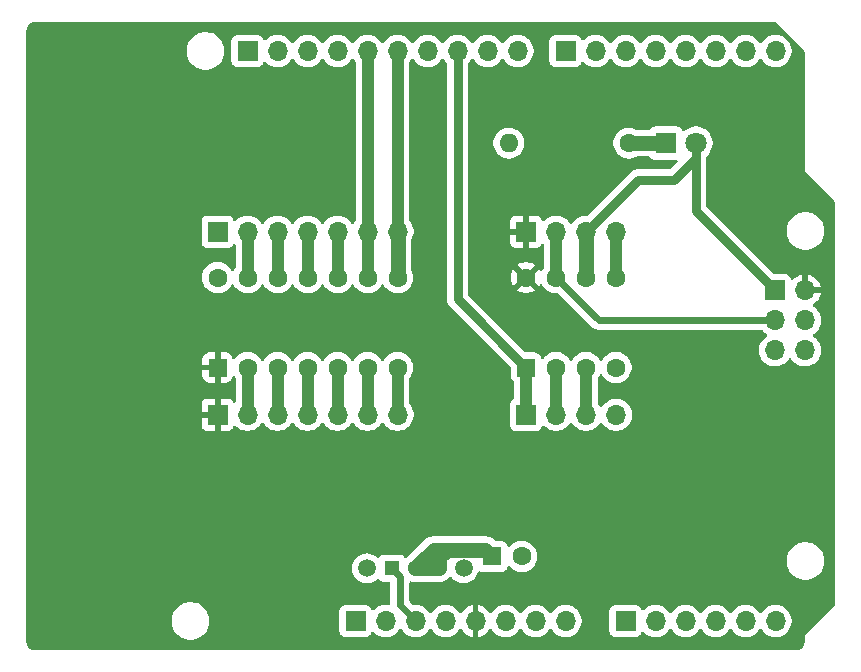
<source format=gbr>
%TF.GenerationSoftware,KiCad,Pcbnew,9.0.0*%
%TF.CreationDate,2025-03-04T00:16:49-08:00*%
%TF.ProjectId,UnoProgrammers,556e6f50-726f-4677-9261-6d6d6572732e,rev?*%
%TF.SameCoordinates,Original*%
%TF.FileFunction,Copper,L1,Top*%
%TF.FilePolarity,Positive*%
%FSLAX46Y46*%
G04 Gerber Fmt 4.6, Leading zero omitted, Abs format (unit mm)*
G04 Created by KiCad (PCBNEW 9.0.0) date 2025-03-04 00:16:49*
%MOMM*%
%LPD*%
G01*
G04 APERTURE LIST*
G04 Aperture macros list*
%AMRoundRect*
0 Rectangle with rounded corners*
0 $1 Rounding radius*
0 $2 $3 $4 $5 $6 $7 $8 $9 X,Y pos of 4 corners*
0 Add a 4 corners polygon primitive as box body*
4,1,4,$2,$3,$4,$5,$6,$7,$8,$9,$2,$3,0*
0 Add four circle primitives for the rounded corners*
1,1,$1+$1,$2,$3*
1,1,$1+$1,$4,$5*
1,1,$1+$1,$6,$7*
1,1,$1+$1,$8,$9*
0 Add four rect primitives between the rounded corners*
20,1,$1+$1,$2,$3,$4,$5,0*
20,1,$1+$1,$4,$5,$6,$7,0*
20,1,$1+$1,$6,$7,$8,$9,0*
20,1,$1+$1,$8,$9,$2,$3,0*%
G04 Aperture macros list end*
%TA.AperFunction,ComponentPad*%
%ADD10R,1.700000X1.700000*%
%TD*%
%TA.AperFunction,ComponentPad*%
%ADD11O,1.700000X1.700000*%
%TD*%
%TA.AperFunction,ComponentPad*%
%ADD12RoundRect,0.250000X0.550000X-0.550000X0.550000X0.550000X-0.550000X0.550000X-0.550000X-0.550000X0*%
%TD*%
%TA.AperFunction,ComponentPad*%
%ADD13C,1.600000*%
%TD*%
%TA.AperFunction,ComponentPad*%
%ADD14R,1.600000X1.600000*%
%TD*%
%TA.AperFunction,ComponentPad*%
%ADD15R,1.800000X1.800000*%
%TD*%
%TA.AperFunction,ComponentPad*%
%ADD16C,1.800000*%
%TD*%
%TA.AperFunction,ComponentPad*%
%ADD17R,1.295400X1.295400*%
%TD*%
%TA.AperFunction,ComponentPad*%
%ADD18C,1.295400*%
%TD*%
%TA.AperFunction,ComponentPad*%
%ADD19C,1.498600*%
%TD*%
%TA.AperFunction,ComponentPad*%
%ADD20O,1.600000X1.600000*%
%TD*%
%TA.AperFunction,Conductor*%
%ADD21C,0.600000*%
%TD*%
%TA.AperFunction,Conductor*%
%ADD22C,1.000000*%
%TD*%
%TA.AperFunction,Conductor*%
%ADD23C,0.750000*%
%TD*%
%TA.AperFunction,Conductor*%
%ADD24C,1.250000*%
%TD*%
G04 APERTURE END LIST*
D10*
%TO.P,J1,1,Pin_1*%
%TO.N,unconnected-(J1-Pin_1-Pad1)*%
X127940000Y-97460000D03*
D11*
%TO.P,J1,2,Pin_2*%
%TO.N,/IOREF*%
X130480000Y-97460000D03*
%TO.P,J1,3,Pin_3*%
%TO.N,/~{RESET}*%
X133020000Y-97460000D03*
%TO.P,J1,4,Pin_4*%
%TO.N,+3V3*%
X135560000Y-97460000D03*
%TO.P,J1,5,Pin_5*%
%TO.N,+5V*%
X138100000Y-97460000D03*
%TO.P,J1,6,Pin_6*%
%TO.N,GND*%
X140640000Y-97460000D03*
%TO.P,J1,7,Pin_7*%
X143180000Y-97460000D03*
%TO.P,J1,8,Pin_8*%
%TO.N,VCC*%
X145720000Y-97460000D03*
%TD*%
D10*
%TO.P,J3,1,Pin_1*%
%TO.N,/A0*%
X150800000Y-97460000D03*
D11*
%TO.P,J3,2,Pin_2*%
%TO.N,/A1*%
X153340000Y-97460000D03*
%TO.P,J3,3,Pin_3*%
%TO.N,/A2*%
X155880000Y-97460000D03*
%TO.P,J3,4,Pin_4*%
%TO.N,/A3*%
X158420000Y-97460000D03*
%TO.P,J3,5,Pin_5*%
%TO.N,/SDA{slash}A4*%
X160960000Y-97460000D03*
%TO.P,J3,6,Pin_6*%
%TO.N,/SCL{slash}A5*%
X163500000Y-97460000D03*
%TD*%
D10*
%TO.P,J2,1,Pin_1*%
%TO.N,/SCL{slash}A5*%
X118796000Y-49200000D03*
D11*
%TO.P,J2,2,Pin_2*%
%TO.N,/SDA{slash}A4*%
X121336000Y-49200000D03*
%TO.P,J2,3,Pin_3*%
%TO.N,/AREF*%
X123876000Y-49200000D03*
%TO.P,J2,4,Pin_4*%
%TO.N,GND*%
X126416000Y-49200000D03*
%TO.P,J2,5,Pin_5*%
%TO.N,/13*%
X128956000Y-49200000D03*
%TO.P,J2,6,Pin_6*%
%TO.N,/12*%
X131496000Y-49200000D03*
%TO.P,J2,7,Pin_7*%
%TO.N,/\u002A11*%
X134036000Y-49200000D03*
%TO.P,J2,8,Pin_8*%
%TO.N,/\u002A10*%
X136576000Y-49200000D03*
%TO.P,J2,9,Pin_9*%
%TO.N,/\u002A9*%
X139116000Y-49200000D03*
%TO.P,J2,10,Pin_10*%
%TO.N,/8*%
X141656000Y-49200000D03*
%TD*%
D10*
%TO.P,J4,1,Pin_1*%
%TO.N,/7*%
X145720000Y-49200000D03*
D11*
%TO.P,J4,2,Pin_2*%
%TO.N,/\u002A6*%
X148260000Y-49200000D03*
%TO.P,J4,3,Pin_3*%
%TO.N,/\u002A5*%
X150800000Y-49200000D03*
%TO.P,J4,4,Pin_4*%
%TO.N,/4*%
X153340000Y-49200000D03*
%TO.P,J4,5,Pin_5*%
%TO.N,/\u002A3*%
X155880000Y-49200000D03*
%TO.P,J4,6,Pin_6*%
%TO.N,/2*%
X158420000Y-49200000D03*
%TO.P,J4,7,Pin_7*%
%TO.N,/TX{slash}1*%
X160960000Y-49200000D03*
%TO.P,J4,8,Pin_8*%
%TO.N,/RX{slash}0*%
X163500000Y-49200000D03*
%TD*%
D12*
%TO.P,U1,1,VCC*%
%TO.N,+5V*%
X116260000Y-76000000D03*
D13*
%TO.P,U1,2,XTAL1/PB0*%
%TO.N,Net-(J6-Pin_2)*%
X118800000Y-76000000D03*
%TO.P,U1,3,XTAL2/PB1*%
%TO.N,Net-(J6-Pin_3)*%
X121340000Y-76000000D03*
%TO.P,U1,4,~{RESET}/PB3*%
%TO.N,/\u002A10*%
X123880000Y-76000000D03*
%TO.P,U1,5,PB2*%
%TO.N,Net-(J6-Pin_5)*%
X126420000Y-76000000D03*
%TO.P,U1,6,PA7*%
%TO.N,Net-(J6-Pin_6)*%
X128960000Y-76000000D03*
%TO.P,U1,7,PA6*%
%TO.N,/\u002A11*%
X131500000Y-76000000D03*
%TO.P,U1,8,PA5*%
%TO.N,/12*%
X131500000Y-68380000D03*
%TO.P,U1,9,PA4*%
%TO.N,/13*%
X128960000Y-68380000D03*
%TO.P,U1,10,PA3*%
%TO.N,Net-(J7-Pin_5)*%
X126420000Y-68380000D03*
%TO.P,U1,11,PA2*%
%TO.N,Net-(J7-Pin_4)*%
X123880000Y-68380000D03*
%TO.P,U1,12,PA1*%
%TO.N,Net-(J7-Pin_3)*%
X121340000Y-68380000D03*
%TO.P,U1,13,AREF/PA0*%
%TO.N,Net-(J7-Pin_2)*%
X118800000Y-68380000D03*
%TO.P,U1,14,GND*%
%TO.N,GND*%
X116260000Y-68380000D03*
%TD*%
D10*
%TO.P,J6,1,Pin_1*%
%TO.N,+5V*%
X116260000Y-80000000D03*
D11*
%TO.P,J6,2,Pin_2*%
%TO.N,Net-(J6-Pin_2)*%
X118800000Y-80000000D03*
%TO.P,J6,3,Pin_3*%
%TO.N,Net-(J6-Pin_3)*%
X121340000Y-80000000D03*
%TO.P,J6,4,Pin_4*%
%TO.N,/\u002A10*%
X123880000Y-80000000D03*
%TO.P,J6,5,Pin_5*%
%TO.N,Net-(J6-Pin_5)*%
X126420000Y-80000000D03*
%TO.P,J6,6,Pin_6*%
%TO.N,Net-(J6-Pin_6)*%
X128960000Y-80000000D03*
%TO.P,J6,7,Pin_7*%
%TO.N,/\u002A11*%
X131500000Y-80000000D03*
%TD*%
D12*
%TO.P,U2,1,~{RESET}/PB5*%
%TO.N,/\u002A10*%
X142380000Y-76000000D03*
D13*
%TO.P,U2,2,XTAL1/PB3*%
%TO.N,Net-(J8-Pin_2)*%
X144920000Y-76000000D03*
%TO.P,U2,3,XTAL2/PB4*%
%TO.N,Net-(J8-Pin_3)*%
X147460000Y-76000000D03*
%TO.P,U2,4,GND*%
%TO.N,GND*%
X150000000Y-76000000D03*
%TO.P,U2,5,AREF/PB0*%
%TO.N,/\u002A11*%
X150000000Y-68380000D03*
%TO.P,U2,6,PB1*%
%TO.N,/12*%
X147460000Y-68380000D03*
%TO.P,U2,7,PB2*%
%TO.N,/13*%
X144920000Y-68380000D03*
%TO.P,U2,8,VCC*%
%TO.N,+5V*%
X142380000Y-68380000D03*
%TD*%
D14*
%TO.P,C1,1*%
%TO.N,Net-(C1-Pad1)*%
X139500000Y-92000000D03*
D13*
%TO.P,C1,2*%
%TO.N,GND*%
X142000000Y-92000000D03*
%TD*%
D10*
%TO.P,J9,1,Pin_1*%
%TO.N,+5V*%
X142380000Y-64500000D03*
D11*
%TO.P,J9,2,Pin_2*%
%TO.N,/13*%
X144920000Y-64500000D03*
%TO.P,J9,3,Pin_3*%
%TO.N,/12*%
X147460000Y-64500000D03*
%TO.P,J9,4,Pin_4*%
%TO.N,/\u002A11*%
X150000000Y-64500000D03*
%TD*%
D10*
%TO.P,J8,1,Pin_1*%
%TO.N,/\u002A10*%
X142380000Y-80000000D03*
D11*
%TO.P,J8,2,Pin_2*%
%TO.N,Net-(J8-Pin_2)*%
X144920000Y-80000000D03*
%TO.P,J8,3,Pin_3*%
%TO.N,Net-(J8-Pin_3)*%
X147460000Y-80000000D03*
%TO.P,J8,4,Pin_4*%
%TO.N,GND*%
X150000000Y-80000000D03*
%TD*%
D10*
%TO.P,J7,1,Pin_1*%
%TO.N,GND*%
X116260000Y-64500000D03*
D11*
%TO.P,J7,2,Pin_2*%
%TO.N,Net-(J7-Pin_2)*%
X118800000Y-64500000D03*
%TO.P,J7,3,Pin_3*%
%TO.N,Net-(J7-Pin_3)*%
X121340000Y-64500000D03*
%TO.P,J7,4,Pin_4*%
%TO.N,Net-(J7-Pin_4)*%
X123880000Y-64500000D03*
%TO.P,J7,5,Pin_5*%
%TO.N,Net-(J7-Pin_5)*%
X126420000Y-64500000D03*
%TO.P,J7,6,Pin_6*%
%TO.N,/13*%
X128960000Y-64500000D03*
%TO.P,J7,7,Pin_7*%
%TO.N,/12*%
X131500000Y-64500000D03*
%TD*%
D15*
%TO.P,D1,1,K*%
%TO.N,Net-(D1-K)*%
X154230000Y-57000000D03*
D16*
%TO.P,D1,2,A*%
%TO.N,/12*%
X156770000Y-57000000D03*
%TD*%
D10*
%TO.P,J5,1,Pin_1*%
%TO.N,/12*%
X163460000Y-69460000D03*
D11*
%TO.P,J5,2,Pin_2*%
%TO.N,+5V*%
X166000000Y-69460000D03*
%TO.P,J5,3,Pin_3*%
%TO.N,/13*%
X163460000Y-72000000D03*
%TO.P,J5,4,Pin_4*%
%TO.N,/\u002A11*%
X166000000Y-72000000D03*
%TO.P,J5,5,Pin_5*%
%TO.N,/\u002A10*%
X163460000Y-74540000D03*
%TO.P,J5,6,Pin_6*%
%TO.N,GND*%
X166000000Y-74540000D03*
%TD*%
D17*
%TO.P,SW1,1,1*%
%TO.N,/~{RESET}*%
X131000000Y-93000000D03*
D18*
%TO.P,SW1,2,2*%
%TO.N,Net-(C1-Pad1)*%
X133000000Y-93000000D03*
%TO.P,SW1,3,3*%
X135000001Y-93000000D03*
D19*
%TO.P,SW1,4*%
%TO.N,N/C*%
X128899999Y-93000000D03*
%TO.P,SW1,5*%
X137100000Y-93000000D03*
%TD*%
D13*
%TO.P,R1,1*%
%TO.N,Net-(D1-K)*%
X151080000Y-57000000D03*
D20*
%TO.P,R1,2*%
%TO.N,GND*%
X140920000Y-57000000D03*
%TD*%
D21*
%TO.N,/13*%
X128956000Y-68376000D02*
X128960000Y-68380000D01*
D22*
X128960000Y-64500000D02*
X128960000Y-68380000D01*
D23*
X128956000Y-64496000D02*
X128960000Y-64500000D01*
D21*
X148540000Y-72000000D02*
X144920000Y-68380000D01*
X163460000Y-72000000D02*
X148540000Y-72000000D01*
D22*
X128956000Y-49200000D02*
X128956000Y-64496000D01*
X144920000Y-64500000D02*
X144920000Y-68380000D01*
D23*
%TO.N,/12*%
X156770000Y-58272792D02*
X154942792Y-60100000D01*
D21*
X131496000Y-68376000D02*
X131500000Y-68380000D01*
D23*
X154942792Y-60100000D02*
X151860000Y-60100000D01*
X156770000Y-57000000D02*
X156770000Y-58272792D01*
X151860000Y-60100000D02*
X147460000Y-64500000D01*
D24*
X131500000Y-64500000D02*
X131500000Y-68380000D01*
D23*
X156770000Y-62770000D02*
X163460000Y-69460000D01*
X131496000Y-64496000D02*
X131500000Y-64500000D01*
X156770000Y-57000000D02*
X156770000Y-62770000D01*
D22*
X131496000Y-49200000D02*
X131496000Y-64496000D01*
D24*
X147460000Y-64500000D02*
X147460000Y-68380000D01*
D22*
%TO.N,/\u002A11*%
X131500000Y-76000000D02*
X131500000Y-80000000D01*
X150000000Y-64500000D02*
X150000000Y-68380000D01*
D23*
%TO.N,/\u002A10*%
X136576000Y-70196000D02*
X136576000Y-49200000D01*
D22*
X123880000Y-76000000D02*
X123880000Y-80000000D01*
X142380000Y-76000000D02*
X142380000Y-80000000D01*
D23*
X142380000Y-76000000D02*
X136576000Y-70196000D01*
D21*
%TO.N,/~{RESET}*%
X131700000Y-93700000D02*
X131700000Y-96140000D01*
X131000000Y-93000000D02*
X131700000Y-93700000D01*
X131700000Y-96140000D02*
X133020000Y-97460000D01*
D24*
%TO.N,Net-(C1-Pad1)*%
X134575300Y-91424700D02*
X138924700Y-91424700D01*
X133000000Y-93000000D02*
X135000001Y-93000000D01*
X135000001Y-93000000D02*
X135000001Y-92084014D01*
X135000001Y-92084014D02*
X135659315Y-91424700D01*
X133000000Y-93000000D02*
X134575300Y-91424700D01*
X138924700Y-91424700D02*
X139500000Y-92000000D01*
X135659315Y-91424700D02*
X138924700Y-91424700D01*
%TO.N,Net-(D1-K)*%
X154230000Y-57000000D02*
X151080000Y-57000000D01*
D22*
%TO.N,Net-(J6-Pin_2)*%
X118800000Y-76000000D02*
X118800000Y-80000000D01*
%TO.N,Net-(J6-Pin_6)*%
X128960000Y-76000000D02*
X128960000Y-80000000D01*
%TO.N,Net-(J6-Pin_3)*%
X121340000Y-76000000D02*
X121340000Y-80000000D01*
%TO.N,Net-(J6-Pin_5)*%
X126420000Y-76000000D02*
X126420000Y-80000000D01*
%TO.N,Net-(J7-Pin_5)*%
X126420000Y-64500000D02*
X126420000Y-68380000D01*
%TO.N,Net-(J7-Pin_3)*%
X121340000Y-64500000D02*
X121340000Y-68380000D01*
%TO.N,Net-(J7-Pin_2)*%
X118800000Y-64500000D02*
X118800000Y-68380000D01*
%TO.N,Net-(J7-Pin_4)*%
X123880000Y-64500000D02*
X123880000Y-68380000D01*
%TO.N,Net-(J8-Pin_3)*%
X147460000Y-76000000D02*
X147460000Y-80000000D01*
%TO.N,Net-(J8-Pin_2)*%
X144920000Y-76000000D02*
X144920000Y-80000000D01*
%TD*%
%TA.AperFunction,Conductor*%
%TO.N,+5V*%
G36*
X163484404Y-46755185D02*
G01*
X163505046Y-46771819D01*
X165928181Y-49194954D01*
X165961666Y-49256277D01*
X165964500Y-49282635D01*
X165964500Y-59344982D01*
X165964500Y-59375018D01*
X165975994Y-59402767D01*
X165975995Y-59402768D01*
X168468181Y-61894954D01*
X168501666Y-61956277D01*
X168504500Y-61982635D01*
X168504500Y-96107364D01*
X168484815Y-96174403D01*
X168468181Y-96195045D01*
X165997233Y-98665994D01*
X165975995Y-98687231D01*
X165964500Y-98714982D01*
X165964500Y-99231907D01*
X165963903Y-99244061D01*
X165963903Y-99244062D01*
X165952505Y-99359778D01*
X165947763Y-99383618D01*
X165917832Y-99482290D01*
X165915789Y-99489024D01*
X165906486Y-99511482D01*
X165854561Y-99608627D01*
X165841056Y-99628839D01*
X165771176Y-99713988D01*
X165753988Y-99731176D01*
X165668839Y-99801056D01*
X165648627Y-99814561D01*
X165551482Y-99866486D01*
X165529028Y-99875787D01*
X165487028Y-99888528D01*
X165423618Y-99907763D01*
X165399778Y-99912505D01*
X165291162Y-99923203D01*
X165284060Y-99923903D01*
X165271907Y-99924500D01*
X100768093Y-99924500D01*
X100755939Y-99923903D01*
X100747995Y-99923120D01*
X100640221Y-99912505D01*
X100616381Y-99907763D01*
X100599445Y-99902625D01*
X100510968Y-99875786D01*
X100488517Y-99866486D01*
X100391372Y-99814561D01*
X100371160Y-99801056D01*
X100286011Y-99731176D01*
X100268823Y-99713988D01*
X100198943Y-99628839D01*
X100185438Y-99608627D01*
X100133510Y-99511476D01*
X100124215Y-99489037D01*
X100092234Y-99383612D01*
X100087494Y-99359777D01*
X100076097Y-99244061D01*
X100075500Y-99231907D01*
X100075500Y-97334038D01*
X112369500Y-97334038D01*
X112369500Y-97585961D01*
X112408910Y-97834785D01*
X112486760Y-98074383D01*
X112601132Y-98298848D01*
X112749201Y-98502649D01*
X112749205Y-98502654D01*
X112927345Y-98680794D01*
X112927350Y-98680798D01*
X113037587Y-98760889D01*
X113131155Y-98828870D01*
X113274184Y-98901747D01*
X113355616Y-98943239D01*
X113355618Y-98943239D01*
X113355621Y-98943241D01*
X113595215Y-99021090D01*
X113844038Y-99060500D01*
X113844039Y-99060500D01*
X114095961Y-99060500D01*
X114095962Y-99060500D01*
X114344785Y-99021090D01*
X114584379Y-98943241D01*
X114808845Y-98828870D01*
X115012656Y-98680793D01*
X115190793Y-98502656D01*
X115338870Y-98298845D01*
X115453241Y-98074379D01*
X115531090Y-97834785D01*
X115570500Y-97585962D01*
X115570500Y-97334038D01*
X115531090Y-97085215D01*
X115453241Y-96845621D01*
X115453239Y-96845618D01*
X115453239Y-96845616D01*
X115403498Y-96747994D01*
X115338870Y-96621155D01*
X115295416Y-96561345D01*
X126581500Y-96561345D01*
X126581500Y-98358654D01*
X126588011Y-98419202D01*
X126588011Y-98419204D01*
X126619138Y-98502656D01*
X126639111Y-98556204D01*
X126726739Y-98673261D01*
X126843796Y-98760889D01*
X126980799Y-98811989D01*
X127008050Y-98814918D01*
X127041345Y-98818499D01*
X127041362Y-98818500D01*
X128838638Y-98818500D01*
X128838654Y-98818499D01*
X128865692Y-98815591D01*
X128899201Y-98811989D01*
X129036204Y-98760889D01*
X129153261Y-98673261D01*
X129240889Y-98556204D01*
X129285957Y-98435371D01*
X129327827Y-98379442D01*
X129393291Y-98355025D01*
X129461564Y-98369877D01*
X129489818Y-98391028D01*
X129594996Y-98496206D01*
X129767991Y-98621894D01*
X129854542Y-98665994D01*
X129958516Y-98718972D01*
X129958519Y-98718973D01*
X130060200Y-98752010D01*
X130161884Y-98785049D01*
X130373084Y-98818500D01*
X130373085Y-98818500D01*
X130586915Y-98818500D01*
X130586916Y-98818500D01*
X130798116Y-98785049D01*
X131001483Y-98718972D01*
X131192009Y-98621894D01*
X131365004Y-98496206D01*
X131516206Y-98345004D01*
X131641894Y-98172009D01*
X131641896Y-98172004D01*
X131644270Y-98168132D01*
X131696080Y-98121254D01*
X131765009Y-98109829D01*
X131829173Y-98137483D01*
X131855730Y-98168132D01*
X131858103Y-98172005D01*
X131858105Y-98172008D01*
X131858106Y-98172009D01*
X131983794Y-98345004D01*
X132134996Y-98496206D01*
X132307991Y-98621894D01*
X132394542Y-98665994D01*
X132498516Y-98718972D01*
X132498519Y-98718973D01*
X132600200Y-98752010D01*
X132701884Y-98785049D01*
X132913084Y-98818500D01*
X132913085Y-98818500D01*
X133126915Y-98818500D01*
X133126916Y-98818500D01*
X133338116Y-98785049D01*
X133541483Y-98718972D01*
X133732009Y-98621894D01*
X133905004Y-98496206D01*
X134056206Y-98345004D01*
X134181894Y-98172009D01*
X134181896Y-98172004D01*
X134184270Y-98168132D01*
X134236080Y-98121254D01*
X134305009Y-98109829D01*
X134369173Y-98137483D01*
X134395730Y-98168132D01*
X134398103Y-98172005D01*
X134398105Y-98172008D01*
X134398106Y-98172009D01*
X134523794Y-98345004D01*
X134674996Y-98496206D01*
X134847991Y-98621894D01*
X134934542Y-98665994D01*
X135038516Y-98718972D01*
X135038519Y-98718973D01*
X135140200Y-98752010D01*
X135241884Y-98785049D01*
X135453084Y-98818500D01*
X135453085Y-98818500D01*
X135666915Y-98818500D01*
X135666916Y-98818500D01*
X135878116Y-98785049D01*
X136081483Y-98718972D01*
X136272009Y-98621894D01*
X136445004Y-98496206D01*
X136596206Y-98345004D01*
X136721894Y-98172009D01*
X136724283Y-98167319D01*
X136772254Y-98116522D01*
X136840074Y-98099724D01*
X136906210Y-98122258D01*
X136942201Y-98163788D01*
X136942832Y-98163402D01*
X136945164Y-98167207D01*
X136945251Y-98167308D01*
X136945376Y-98167554D01*
X137070272Y-98339459D01*
X137070276Y-98339464D01*
X137220535Y-98489723D01*
X137220540Y-98489727D01*
X137392442Y-98614620D01*
X137581782Y-98711095D01*
X137783871Y-98776757D01*
X137850000Y-98787231D01*
X137850000Y-97893012D01*
X137907007Y-97925925D01*
X138034174Y-97960000D01*
X138165826Y-97960000D01*
X138292993Y-97925925D01*
X138350000Y-97893012D01*
X138350000Y-98787230D01*
X138416126Y-98776757D01*
X138416129Y-98776757D01*
X138618217Y-98711095D01*
X138807557Y-98614620D01*
X138979459Y-98489727D01*
X138979464Y-98489723D01*
X139129723Y-98339464D01*
X139129727Y-98339459D01*
X139254619Y-98167560D01*
X139254738Y-98167327D01*
X139254808Y-98167252D01*
X139257168Y-98163402D01*
X139257976Y-98163897D01*
X139302707Y-98116526D01*
X139370526Y-98099723D01*
X139436663Y-98122254D01*
X139475712Y-98167311D01*
X139478105Y-98172008D01*
X139520002Y-98229674D01*
X139603794Y-98345004D01*
X139754996Y-98496206D01*
X139927991Y-98621894D01*
X140014542Y-98665994D01*
X140118516Y-98718972D01*
X140118519Y-98718973D01*
X140220200Y-98752010D01*
X140321884Y-98785049D01*
X140533084Y-98818500D01*
X140533085Y-98818500D01*
X140746915Y-98818500D01*
X140746916Y-98818500D01*
X140958116Y-98785049D01*
X141161483Y-98718972D01*
X141352009Y-98621894D01*
X141525004Y-98496206D01*
X141676206Y-98345004D01*
X141801894Y-98172009D01*
X141801896Y-98172004D01*
X141804270Y-98168132D01*
X141856080Y-98121254D01*
X141925009Y-98109829D01*
X141989173Y-98137483D01*
X142015730Y-98168132D01*
X142018103Y-98172005D01*
X142018105Y-98172008D01*
X142018106Y-98172009D01*
X142143794Y-98345004D01*
X142294996Y-98496206D01*
X142467991Y-98621894D01*
X142554542Y-98665994D01*
X142658516Y-98718972D01*
X142658519Y-98718973D01*
X142760200Y-98752010D01*
X142861884Y-98785049D01*
X143073084Y-98818500D01*
X143073085Y-98818500D01*
X143286915Y-98818500D01*
X143286916Y-98818500D01*
X143498116Y-98785049D01*
X143701483Y-98718972D01*
X143892009Y-98621894D01*
X144065004Y-98496206D01*
X144216206Y-98345004D01*
X144341894Y-98172009D01*
X144341896Y-98172004D01*
X144344270Y-98168132D01*
X144396080Y-98121254D01*
X144465009Y-98109829D01*
X144529173Y-98137483D01*
X144555730Y-98168132D01*
X144558103Y-98172005D01*
X144558105Y-98172008D01*
X144558106Y-98172009D01*
X144683794Y-98345004D01*
X144834996Y-98496206D01*
X145007991Y-98621894D01*
X145094542Y-98665994D01*
X145198516Y-98718972D01*
X145198519Y-98718973D01*
X145300200Y-98752010D01*
X145401884Y-98785049D01*
X145613084Y-98818500D01*
X145613085Y-98818500D01*
X145826915Y-98818500D01*
X145826916Y-98818500D01*
X146038116Y-98785049D01*
X146241483Y-98718972D01*
X146432009Y-98621894D01*
X146605004Y-98496206D01*
X146756206Y-98345004D01*
X146881894Y-98172009D01*
X146978972Y-97981483D01*
X147045049Y-97778116D01*
X147078500Y-97566916D01*
X147078500Y-97353084D01*
X147045049Y-97141884D01*
X146978972Y-96938517D01*
X146978972Y-96938516D01*
X146931639Y-96845621D01*
X146881894Y-96747991D01*
X146756206Y-96574996D01*
X146742555Y-96561345D01*
X149441500Y-96561345D01*
X149441500Y-98358654D01*
X149448011Y-98419202D01*
X149448011Y-98419204D01*
X149479138Y-98502656D01*
X149499111Y-98556204D01*
X149586739Y-98673261D01*
X149703796Y-98760889D01*
X149840799Y-98811989D01*
X149868050Y-98814918D01*
X149901345Y-98818499D01*
X149901362Y-98818500D01*
X151698638Y-98818500D01*
X151698654Y-98818499D01*
X151725692Y-98815591D01*
X151759201Y-98811989D01*
X151896204Y-98760889D01*
X152013261Y-98673261D01*
X152100889Y-98556204D01*
X152145957Y-98435371D01*
X152187827Y-98379442D01*
X152253291Y-98355025D01*
X152321564Y-98369877D01*
X152349818Y-98391028D01*
X152454996Y-98496206D01*
X152627991Y-98621894D01*
X152714542Y-98665994D01*
X152818516Y-98718972D01*
X152818519Y-98718973D01*
X152920200Y-98752010D01*
X153021884Y-98785049D01*
X153233084Y-98818500D01*
X153233085Y-98818500D01*
X153446915Y-98818500D01*
X153446916Y-98818500D01*
X153658116Y-98785049D01*
X153861483Y-98718972D01*
X154052009Y-98621894D01*
X154225004Y-98496206D01*
X154376206Y-98345004D01*
X154501894Y-98172009D01*
X154501896Y-98172004D01*
X154504270Y-98168132D01*
X154556080Y-98121254D01*
X154625009Y-98109829D01*
X154689173Y-98137483D01*
X154715730Y-98168132D01*
X154718103Y-98172005D01*
X154718105Y-98172008D01*
X154718106Y-98172009D01*
X154843794Y-98345004D01*
X154994996Y-98496206D01*
X155167991Y-98621894D01*
X155254542Y-98665994D01*
X155358516Y-98718972D01*
X155358519Y-98718973D01*
X155460200Y-98752010D01*
X155561884Y-98785049D01*
X155773084Y-98818500D01*
X155773085Y-98818500D01*
X155986915Y-98818500D01*
X155986916Y-98818500D01*
X156198116Y-98785049D01*
X156401483Y-98718972D01*
X156592009Y-98621894D01*
X156765004Y-98496206D01*
X156916206Y-98345004D01*
X157041894Y-98172009D01*
X157041896Y-98172004D01*
X157044270Y-98168132D01*
X157096080Y-98121254D01*
X157165009Y-98109829D01*
X157229173Y-98137483D01*
X157255730Y-98168132D01*
X157258103Y-98172005D01*
X157258105Y-98172008D01*
X157258106Y-98172009D01*
X157383794Y-98345004D01*
X157534996Y-98496206D01*
X157707991Y-98621894D01*
X157794542Y-98665994D01*
X157898516Y-98718972D01*
X157898519Y-98718973D01*
X158000200Y-98752010D01*
X158101884Y-98785049D01*
X158313084Y-98818500D01*
X158313085Y-98818500D01*
X158526915Y-98818500D01*
X158526916Y-98818500D01*
X158738116Y-98785049D01*
X158941483Y-98718972D01*
X159132009Y-98621894D01*
X159305004Y-98496206D01*
X159456206Y-98345004D01*
X159581894Y-98172009D01*
X159581896Y-98172004D01*
X159584270Y-98168132D01*
X159636080Y-98121254D01*
X159705009Y-98109829D01*
X159769173Y-98137483D01*
X159795730Y-98168132D01*
X159798103Y-98172005D01*
X159798105Y-98172008D01*
X159798106Y-98172009D01*
X159923794Y-98345004D01*
X160074996Y-98496206D01*
X160247991Y-98621894D01*
X160334542Y-98665994D01*
X160438516Y-98718972D01*
X160438519Y-98718973D01*
X160540200Y-98752010D01*
X160641884Y-98785049D01*
X160853084Y-98818500D01*
X160853085Y-98818500D01*
X161066915Y-98818500D01*
X161066916Y-98818500D01*
X161278116Y-98785049D01*
X161481483Y-98718972D01*
X161672009Y-98621894D01*
X161845004Y-98496206D01*
X161996206Y-98345004D01*
X162121894Y-98172009D01*
X162121896Y-98172004D01*
X162124270Y-98168132D01*
X162176080Y-98121254D01*
X162245009Y-98109829D01*
X162309173Y-98137483D01*
X162335730Y-98168132D01*
X162338103Y-98172005D01*
X162338105Y-98172008D01*
X162338106Y-98172009D01*
X162463794Y-98345004D01*
X162614996Y-98496206D01*
X162787991Y-98621894D01*
X162874542Y-98665994D01*
X162978516Y-98718972D01*
X162978519Y-98718973D01*
X163080200Y-98752010D01*
X163181884Y-98785049D01*
X163393084Y-98818500D01*
X163393085Y-98818500D01*
X163606915Y-98818500D01*
X163606916Y-98818500D01*
X163818116Y-98785049D01*
X164021483Y-98718972D01*
X164212009Y-98621894D01*
X164385004Y-98496206D01*
X164536206Y-98345004D01*
X164661894Y-98172009D01*
X164758972Y-97981483D01*
X164825049Y-97778116D01*
X164858500Y-97566916D01*
X164858500Y-97353084D01*
X164825049Y-97141884D01*
X164758972Y-96938517D01*
X164758972Y-96938516D01*
X164709507Y-96841438D01*
X164661894Y-96747991D01*
X164536206Y-96574996D01*
X164385004Y-96423794D01*
X164212009Y-96298106D01*
X164021483Y-96201027D01*
X164021480Y-96201026D01*
X163818117Y-96134951D01*
X163700315Y-96116293D01*
X163606916Y-96101500D01*
X163393084Y-96101500D01*
X163322684Y-96112650D01*
X163181882Y-96134951D01*
X162978519Y-96201026D01*
X162978516Y-96201027D01*
X162787990Y-96298106D01*
X162614993Y-96423796D01*
X162463796Y-96574993D01*
X162338105Y-96747991D01*
X162335727Y-96751873D01*
X162283914Y-96798748D01*
X162214984Y-96810169D01*
X162150822Y-96782512D01*
X162124273Y-96751873D01*
X162121894Y-96747991D01*
X162121891Y-96747987D01*
X161996206Y-96574996D01*
X161845004Y-96423794D01*
X161672009Y-96298106D01*
X161481483Y-96201027D01*
X161481480Y-96201026D01*
X161278117Y-96134951D01*
X161160315Y-96116293D01*
X161066916Y-96101500D01*
X160853084Y-96101500D01*
X160782684Y-96112650D01*
X160641882Y-96134951D01*
X160438519Y-96201026D01*
X160438516Y-96201027D01*
X160247990Y-96298106D01*
X160074993Y-96423796D01*
X159923796Y-96574993D01*
X159798105Y-96747991D01*
X159795727Y-96751873D01*
X159743914Y-96798748D01*
X159674984Y-96810169D01*
X159610822Y-96782512D01*
X159584273Y-96751873D01*
X159581894Y-96747991D01*
X159581891Y-96747987D01*
X159456206Y-96574996D01*
X159305004Y-96423794D01*
X159132009Y-96298106D01*
X158941483Y-96201027D01*
X158941480Y-96201026D01*
X158738117Y-96134951D01*
X158620315Y-96116293D01*
X158526916Y-96101500D01*
X158313084Y-96101500D01*
X158242684Y-96112650D01*
X158101882Y-96134951D01*
X157898519Y-96201026D01*
X157898516Y-96201027D01*
X157707990Y-96298106D01*
X157534993Y-96423796D01*
X157383796Y-96574993D01*
X157258105Y-96747991D01*
X157255727Y-96751873D01*
X157203914Y-96798748D01*
X157134984Y-96810169D01*
X157070822Y-96782512D01*
X157044273Y-96751873D01*
X157041894Y-96747991D01*
X157041891Y-96747987D01*
X156916206Y-96574996D01*
X156765004Y-96423794D01*
X156592009Y-96298106D01*
X156401483Y-96201027D01*
X156401480Y-96201026D01*
X156198117Y-96134951D01*
X156080315Y-96116293D01*
X155986916Y-96101500D01*
X155773084Y-96101500D01*
X155702684Y-96112650D01*
X155561882Y-96134951D01*
X155358519Y-96201026D01*
X155358516Y-96201027D01*
X155167990Y-96298106D01*
X154994993Y-96423796D01*
X154843796Y-96574993D01*
X154718105Y-96747991D01*
X154715727Y-96751873D01*
X154663914Y-96798748D01*
X154594984Y-96810169D01*
X154530822Y-96782512D01*
X154504273Y-96751873D01*
X154501894Y-96747991D01*
X154501891Y-96747987D01*
X154376206Y-96574996D01*
X154225004Y-96423794D01*
X154052009Y-96298106D01*
X153861483Y-96201027D01*
X153861480Y-96201026D01*
X153658117Y-96134951D01*
X153540315Y-96116293D01*
X153446916Y-96101500D01*
X153233084Y-96101500D01*
X153162684Y-96112650D01*
X153021882Y-96134951D01*
X152818519Y-96201026D01*
X152818516Y-96201027D01*
X152627990Y-96298106D01*
X152454997Y-96423793D01*
X152349818Y-96528972D01*
X152288495Y-96562456D01*
X152218803Y-96557472D01*
X152162870Y-96515600D01*
X152145958Y-96484629D01*
X152100889Y-96363796D01*
X152013261Y-96246739D01*
X151896204Y-96159111D01*
X151895172Y-96158726D01*
X151759203Y-96108011D01*
X151698654Y-96101500D01*
X151698638Y-96101500D01*
X149901362Y-96101500D01*
X149901345Y-96101500D01*
X149840797Y-96108011D01*
X149840795Y-96108011D01*
X149703795Y-96159111D01*
X149586739Y-96246739D01*
X149499111Y-96363795D01*
X149448011Y-96500795D01*
X149448011Y-96500797D01*
X149441500Y-96561345D01*
X146742555Y-96561345D01*
X146605004Y-96423794D01*
X146432009Y-96298106D01*
X146241483Y-96201027D01*
X146241480Y-96201026D01*
X146038117Y-96134951D01*
X145920315Y-96116293D01*
X145826916Y-96101500D01*
X145613084Y-96101500D01*
X145542684Y-96112650D01*
X145401882Y-96134951D01*
X145198519Y-96201026D01*
X145198516Y-96201027D01*
X145007990Y-96298106D01*
X144834993Y-96423796D01*
X144683796Y-96574993D01*
X144558105Y-96747991D01*
X144555727Y-96751873D01*
X144503914Y-96798748D01*
X144434984Y-96810169D01*
X144370822Y-96782512D01*
X144344273Y-96751873D01*
X144341894Y-96747991D01*
X144341891Y-96747987D01*
X144216206Y-96574996D01*
X144065004Y-96423794D01*
X143892009Y-96298106D01*
X143701483Y-96201027D01*
X143701480Y-96201026D01*
X143498117Y-96134951D01*
X143380315Y-96116293D01*
X143286916Y-96101500D01*
X143073084Y-96101500D01*
X143002684Y-96112650D01*
X142861882Y-96134951D01*
X142658519Y-96201026D01*
X142658516Y-96201027D01*
X142467990Y-96298106D01*
X142294993Y-96423796D01*
X142143796Y-96574993D01*
X142018105Y-96747991D01*
X142015727Y-96751873D01*
X141963914Y-96798748D01*
X141894984Y-96810169D01*
X141830822Y-96782512D01*
X141804273Y-96751873D01*
X141801894Y-96747991D01*
X141801891Y-96747987D01*
X141676206Y-96574996D01*
X141525004Y-96423794D01*
X141352009Y-96298106D01*
X141161483Y-96201027D01*
X141161480Y-96201026D01*
X140958117Y-96134951D01*
X140840315Y-96116293D01*
X140746916Y-96101500D01*
X140533084Y-96101500D01*
X140462684Y-96112650D01*
X140321882Y-96134951D01*
X140118519Y-96201026D01*
X140118516Y-96201027D01*
X139927990Y-96298106D01*
X139754993Y-96423796D01*
X139603796Y-96574993D01*
X139478103Y-96747994D01*
X139475709Y-96752693D01*
X139427731Y-96803485D01*
X139359908Y-96820275D01*
X139293775Y-96797732D01*
X139257800Y-96756210D01*
X139257168Y-96756598D01*
X139254829Y-96752781D01*
X139254743Y-96752682D01*
X139254620Y-96752441D01*
X139129727Y-96580540D01*
X139129723Y-96580535D01*
X138979464Y-96430276D01*
X138979459Y-96430272D01*
X138807557Y-96305379D01*
X138618215Y-96208903D01*
X138416124Y-96143241D01*
X138350000Y-96132768D01*
X138350000Y-97026988D01*
X138292993Y-96994075D01*
X138165826Y-96960000D01*
X138034174Y-96960000D01*
X137907007Y-96994075D01*
X137850000Y-97026988D01*
X137850000Y-96132768D01*
X137849999Y-96132768D01*
X137783875Y-96143241D01*
X137581784Y-96208903D01*
X137392442Y-96305379D01*
X137220540Y-96430272D01*
X137220535Y-96430276D01*
X137070276Y-96580535D01*
X137070272Y-96580540D01*
X136945376Y-96752446D01*
X136945374Y-96752448D01*
X136945246Y-96752701D01*
X136945172Y-96752779D01*
X136942832Y-96756598D01*
X136942029Y-96756106D01*
X136897264Y-96803489D01*
X136829441Y-96820274D01*
X136763309Y-96797727D01*
X136724285Y-96752683D01*
X136721895Y-96747992D01*
X136690472Y-96704742D01*
X136596206Y-96574996D01*
X136445004Y-96423794D01*
X136272009Y-96298106D01*
X136081483Y-96201027D01*
X136081480Y-96201026D01*
X135878117Y-96134951D01*
X135760315Y-96116293D01*
X135666916Y-96101500D01*
X135453084Y-96101500D01*
X135382684Y-96112650D01*
X135241882Y-96134951D01*
X135038519Y-96201026D01*
X135038516Y-96201027D01*
X134847990Y-96298106D01*
X134674993Y-96423796D01*
X134523796Y-96574993D01*
X134398105Y-96747991D01*
X134395727Y-96751873D01*
X134343914Y-96798748D01*
X134274984Y-96810169D01*
X134210822Y-96782512D01*
X134184273Y-96751873D01*
X134181894Y-96747991D01*
X134181891Y-96747987D01*
X134056206Y-96574996D01*
X133905004Y-96423794D01*
X133732009Y-96298106D01*
X133541483Y-96201027D01*
X133541480Y-96201026D01*
X133338117Y-96134951D01*
X133220315Y-96116293D01*
X133126916Y-96101500D01*
X132913084Y-96101500D01*
X132882084Y-96106409D01*
X132812793Y-96097454D01*
X132775009Y-96071617D01*
X132544819Y-95841427D01*
X132511334Y-95780104D01*
X132508500Y-95753746D01*
X132508500Y-94226673D01*
X132528185Y-94159634D01*
X132580989Y-94113879D01*
X132650147Y-94103935D01*
X132670820Y-94108743D01*
X132729248Y-94127728D01*
X132729251Y-94127728D01*
X132729256Y-94127730D01*
X132909005Y-94156200D01*
X132909006Y-94156200D01*
X133090994Y-94156200D01*
X133090995Y-94156200D01*
X133224673Y-94135026D01*
X133244071Y-94133500D01*
X134755930Y-94133500D01*
X134775327Y-94135026D01*
X134909006Y-94156200D01*
X134909007Y-94156200D01*
X135090995Y-94156200D01*
X135090996Y-94156200D01*
X135270745Y-94127730D01*
X135270748Y-94127729D01*
X135270749Y-94127729D01*
X135443825Y-94071493D01*
X135443825Y-94071492D01*
X135443828Y-94071492D01*
X135605982Y-93988871D01*
X135753215Y-93881900D01*
X135881901Y-93753214D01*
X135886888Y-93746348D01*
X135942213Y-93703682D01*
X136011826Y-93697699D01*
X136073623Y-93730302D01*
X136087522Y-93746340D01*
X136140604Y-93819401D01*
X136280599Y-93959396D01*
X136440769Y-94075767D01*
X136617173Y-94165649D01*
X136617175Y-94165650D01*
X136711319Y-94196238D01*
X136805465Y-94226828D01*
X137001009Y-94257800D01*
X137001010Y-94257800D01*
X137198990Y-94257800D01*
X137198991Y-94257800D01*
X137394535Y-94226828D01*
X137582827Y-94165649D01*
X137759231Y-94075767D01*
X137919401Y-93959396D01*
X138059396Y-93819401D01*
X138175767Y-93659231D01*
X138265649Y-93482827D01*
X138265651Y-93482821D01*
X138313205Y-93336464D01*
X138352642Y-93278788D01*
X138417000Y-93251589D01*
X138474469Y-93258599D01*
X138590799Y-93301989D01*
X138618050Y-93304918D01*
X138651345Y-93308499D01*
X138651362Y-93308500D01*
X140348638Y-93308500D01*
X140348654Y-93308499D01*
X140375692Y-93305591D01*
X140409201Y-93301989D01*
X140546204Y-93250889D01*
X140663261Y-93163261D01*
X140750889Y-93046204D01*
X140770219Y-92994379D01*
X140804300Y-92903007D01*
X140846171Y-92847073D01*
X140911636Y-92822657D01*
X140979909Y-92837509D01*
X141008162Y-92858660D01*
X141147571Y-92998069D01*
X141147576Y-92998073D01*
X141286479Y-93098991D01*
X141314197Y-93119129D01*
X141400809Y-93163260D01*
X141497705Y-93212632D01*
X141497707Y-93212632D01*
X141497710Y-93212634D01*
X141602707Y-93246749D01*
X141693591Y-93276280D01*
X141795305Y-93292390D01*
X141897019Y-93308500D01*
X141897020Y-93308500D01*
X142102980Y-93308500D01*
X142102981Y-93308500D01*
X142306408Y-93276280D01*
X142502290Y-93212634D01*
X142685803Y-93119129D01*
X142852430Y-92998068D01*
X142998068Y-92852430D01*
X143119129Y-92685803D01*
X143212634Y-92502290D01*
X143276280Y-92306408D01*
X143284575Y-92254038D01*
X164439500Y-92254038D01*
X164439500Y-92505961D01*
X164478910Y-92754785D01*
X164556760Y-92994383D01*
X164620322Y-93119129D01*
X164667965Y-93212634D01*
X164671132Y-93218848D01*
X164819201Y-93422649D01*
X164819205Y-93422654D01*
X164997345Y-93600794D01*
X164997350Y-93600798D01*
X165077777Y-93659231D01*
X165201155Y-93748870D01*
X165314184Y-93806461D01*
X165425616Y-93863239D01*
X165425618Y-93863239D01*
X165425621Y-93863241D01*
X165665215Y-93941090D01*
X165914038Y-93980500D01*
X165914039Y-93980500D01*
X166165961Y-93980500D01*
X166165962Y-93980500D01*
X166414785Y-93941090D01*
X166654379Y-93863241D01*
X166878845Y-93748870D01*
X167082656Y-93600793D01*
X167260793Y-93422656D01*
X167408870Y-93218845D01*
X167523241Y-92994379D01*
X167601090Y-92754785D01*
X167640500Y-92505962D01*
X167640500Y-92254038D01*
X167601090Y-92005215D01*
X167523241Y-91765621D01*
X167523239Y-91765618D01*
X167523239Y-91765616D01*
X167481747Y-91684184D01*
X167408870Y-91541155D01*
X167347170Y-91456232D01*
X167260798Y-91337350D01*
X167260794Y-91337345D01*
X167082654Y-91159205D01*
X167082649Y-91159201D01*
X166878848Y-91011132D01*
X166878847Y-91011131D01*
X166878845Y-91011130D01*
X166766319Y-90953795D01*
X166654383Y-90896760D01*
X166414785Y-90818910D01*
X166165962Y-90779500D01*
X165914038Y-90779500D01*
X165789626Y-90799205D01*
X165665214Y-90818910D01*
X165425616Y-90896760D01*
X165201151Y-91011132D01*
X164997350Y-91159201D01*
X164997345Y-91159205D01*
X164819205Y-91337345D01*
X164819201Y-91337350D01*
X164671132Y-91541151D01*
X164556760Y-91765616D01*
X164478910Y-92005214D01*
X164439500Y-92254038D01*
X143284575Y-92254038D01*
X143296207Y-92180599D01*
X143307110Y-92111759D01*
X143308500Y-92102981D01*
X143308500Y-91897019D01*
X143276280Y-91693592D01*
X143212634Y-91497710D01*
X143212632Y-91497707D01*
X143212632Y-91497705D01*
X143178709Y-91431128D01*
X143119129Y-91314197D01*
X143103661Y-91292908D01*
X142998073Y-91147576D01*
X142998069Y-91147571D01*
X142852428Y-91001930D01*
X142852423Y-91001926D01*
X142685806Y-90880873D01*
X142685805Y-90880872D01*
X142685803Y-90880871D01*
X142628496Y-90851671D01*
X142502294Y-90787367D01*
X142306408Y-90723719D01*
X142130794Y-90695905D01*
X142102981Y-90691500D01*
X141897019Y-90691500D01*
X141872550Y-90695375D01*
X141693591Y-90723719D01*
X141497705Y-90787367D01*
X141314193Y-90880873D01*
X141147577Y-91001925D01*
X141008162Y-91141340D01*
X140946839Y-91174824D01*
X140877147Y-91169840D01*
X140821214Y-91127968D01*
X140804300Y-91096993D01*
X140768840Y-91001925D01*
X140750889Y-90953796D01*
X140663261Y-90836739D01*
X140546204Y-90749111D01*
X140409203Y-90698011D01*
X140348654Y-90691500D01*
X140348638Y-90691500D01*
X139845873Y-90691500D01*
X139778834Y-90671815D01*
X139758192Y-90655181D01*
X139663124Y-90560113D01*
X139663119Y-90560109D01*
X139518786Y-90455246D01*
X139518785Y-90455245D01*
X139518783Y-90455244D01*
X139467854Y-90429294D01*
X139359813Y-90374243D01*
X139359810Y-90374242D01*
X139190130Y-90319111D01*
X139102018Y-90305155D01*
X139013908Y-90291200D01*
X134664508Y-90291200D01*
X134486092Y-90291200D01*
X134427351Y-90300503D01*
X134309869Y-90319111D01*
X134140189Y-90374242D01*
X134140186Y-90374243D01*
X133981213Y-90455246D01*
X133836880Y-90560109D01*
X133836875Y-90560113D01*
X132371085Y-92025902D01*
X132356290Y-92038539D01*
X132255513Y-92111759D01*
X132189707Y-92135239D01*
X132121653Y-92119414D01*
X132083360Y-92085752D01*
X132062714Y-92058173D01*
X132010961Y-91989039D01*
X131893904Y-91901411D01*
X131882129Y-91897019D01*
X131756903Y-91850311D01*
X131696354Y-91843800D01*
X131696338Y-91843800D01*
X130303662Y-91843800D01*
X130303645Y-91843800D01*
X130243097Y-91850311D01*
X130243095Y-91850311D01*
X130106095Y-91901411D01*
X129989038Y-91989039D01*
X129937285Y-92058173D01*
X129881351Y-92100043D01*
X129811659Y-92105027D01*
X129750338Y-92071542D01*
X129719402Y-92040606D01*
X129719400Y-92040604D01*
X129559230Y-91924233D01*
X129382826Y-91834351D01*
X129382823Y-91834349D01*
X129194535Y-91773172D01*
X129096762Y-91757686D01*
X128998990Y-91742200D01*
X128801008Y-91742200D01*
X128735826Y-91752524D01*
X128605462Y-91773172D01*
X128417174Y-91834349D01*
X128417171Y-91834351D01*
X128240767Y-91924233D01*
X128151571Y-91989039D01*
X128080598Y-92040604D01*
X128080596Y-92040606D01*
X128080595Y-92040606D01*
X127940605Y-92180596D01*
X127940605Y-92180597D01*
X127940603Y-92180599D01*
X127890626Y-92249385D01*
X127824232Y-92340768D01*
X127734350Y-92517172D01*
X127734348Y-92517175D01*
X127673171Y-92705463D01*
X127673171Y-92705465D01*
X127642199Y-92901009D01*
X127642199Y-93098991D01*
X127660199Y-93212634D01*
X127673171Y-93294536D01*
X127734348Y-93482824D01*
X127734350Y-93482827D01*
X127824232Y-93659231D01*
X127940603Y-93819401D01*
X128080598Y-93959396D01*
X128240768Y-94075767D01*
X128417172Y-94165649D01*
X128417174Y-94165650D01*
X128511318Y-94196238D01*
X128605464Y-94226828D01*
X128801008Y-94257800D01*
X128801009Y-94257800D01*
X128998989Y-94257800D01*
X128998990Y-94257800D01*
X129194534Y-94226828D01*
X129382826Y-94165649D01*
X129559230Y-94075767D01*
X129719400Y-93959396D01*
X129750340Y-93928455D01*
X129811659Y-93894972D01*
X129881351Y-93899956D01*
X129937285Y-93941826D01*
X129989039Y-94010961D01*
X130106096Y-94098589D01*
X130243099Y-94149689D01*
X130270350Y-94152618D01*
X130303645Y-94156199D01*
X130303662Y-94156200D01*
X130767500Y-94156200D01*
X130834539Y-94175885D01*
X130880294Y-94228689D01*
X130891500Y-94280200D01*
X130891500Y-96004556D01*
X130871815Y-96071595D01*
X130819011Y-96117350D01*
X130749853Y-96127294D01*
X130748102Y-96127029D01*
X130617916Y-96106410D01*
X130586916Y-96101500D01*
X130373084Y-96101500D01*
X130302684Y-96112650D01*
X130161882Y-96134951D01*
X129958519Y-96201026D01*
X129958516Y-96201027D01*
X129767990Y-96298106D01*
X129594997Y-96423793D01*
X129489818Y-96528972D01*
X129428495Y-96562456D01*
X129358803Y-96557472D01*
X129302870Y-96515600D01*
X129285958Y-96484629D01*
X129240889Y-96363796D01*
X129153261Y-96246739D01*
X129036204Y-96159111D01*
X129035172Y-96158726D01*
X128899203Y-96108011D01*
X128838654Y-96101500D01*
X128838638Y-96101500D01*
X127041362Y-96101500D01*
X127041345Y-96101500D01*
X126980797Y-96108011D01*
X126980795Y-96108011D01*
X126843795Y-96159111D01*
X126726739Y-96246739D01*
X126639111Y-96363795D01*
X126588011Y-96500795D01*
X126588011Y-96500797D01*
X126581500Y-96561345D01*
X115295416Y-96561345D01*
X115292602Y-96557472D01*
X115190798Y-96417350D01*
X115190794Y-96417345D01*
X115012654Y-96239205D01*
X115012649Y-96239201D01*
X114808848Y-96091132D01*
X114808847Y-96091131D01*
X114808845Y-96091130D01*
X114738747Y-96055413D01*
X114584383Y-95976760D01*
X114344785Y-95898910D01*
X114095962Y-95859500D01*
X113844038Y-95859500D01*
X113719626Y-95879205D01*
X113595214Y-95898910D01*
X113355616Y-95976760D01*
X113131151Y-96091132D01*
X112927350Y-96239201D01*
X112927345Y-96239205D01*
X112749205Y-96417345D01*
X112749201Y-96417350D01*
X112601132Y-96621151D01*
X112486760Y-96845616D01*
X112408910Y-97085214D01*
X112369500Y-97334038D01*
X100075500Y-97334038D01*
X100075500Y-79102155D01*
X114910000Y-79102155D01*
X114910000Y-79750000D01*
X115826988Y-79750000D01*
X115794075Y-79807007D01*
X115760000Y-79934174D01*
X115760000Y-80065826D01*
X115794075Y-80192993D01*
X115826988Y-80250000D01*
X114910000Y-80250000D01*
X114910000Y-80897844D01*
X114916401Y-80957372D01*
X114916403Y-80957379D01*
X114966645Y-81092086D01*
X114966649Y-81092093D01*
X115052809Y-81207187D01*
X115052812Y-81207190D01*
X115167906Y-81293350D01*
X115167913Y-81293354D01*
X115302620Y-81343596D01*
X115302627Y-81343598D01*
X115362155Y-81349999D01*
X115362172Y-81350000D01*
X116010000Y-81350000D01*
X116010000Y-80433012D01*
X116067007Y-80465925D01*
X116194174Y-80500000D01*
X116325826Y-80500000D01*
X116452993Y-80465925D01*
X116510000Y-80433012D01*
X116510000Y-81350000D01*
X117157828Y-81350000D01*
X117157844Y-81349999D01*
X117217372Y-81343598D01*
X117217379Y-81343596D01*
X117352086Y-81293354D01*
X117352093Y-81293350D01*
X117467187Y-81207190D01*
X117467190Y-81207187D01*
X117553350Y-81092093D01*
X117553355Y-81092084D01*
X117599348Y-80968770D01*
X117641219Y-80912836D01*
X117706683Y-80888418D01*
X117774956Y-80903269D01*
X117803211Y-80924421D01*
X117914996Y-81036206D01*
X118087991Y-81161894D01*
X118176883Y-81207187D01*
X118278516Y-81258972D01*
X118278519Y-81258973D01*
X118380200Y-81292010D01*
X118481884Y-81325049D01*
X118693084Y-81358500D01*
X118693085Y-81358500D01*
X118906915Y-81358500D01*
X118906916Y-81358500D01*
X119118116Y-81325049D01*
X119321483Y-81258972D01*
X119512009Y-81161894D01*
X119685004Y-81036206D01*
X119836206Y-80885004D01*
X119961894Y-80712009D01*
X119961896Y-80712004D01*
X119964270Y-80708132D01*
X120016080Y-80661254D01*
X120085009Y-80649829D01*
X120149173Y-80677483D01*
X120175730Y-80708132D01*
X120178103Y-80712005D01*
X120178106Y-80712009D01*
X120303794Y-80885004D01*
X120454996Y-81036206D01*
X120627991Y-81161894D01*
X120716883Y-81207187D01*
X120818516Y-81258972D01*
X120818519Y-81258973D01*
X120920200Y-81292010D01*
X121021884Y-81325049D01*
X121233084Y-81358500D01*
X121233085Y-81358500D01*
X121446915Y-81358500D01*
X121446916Y-81358500D01*
X121658116Y-81325049D01*
X121861483Y-81258972D01*
X122052009Y-81161894D01*
X122225004Y-81036206D01*
X122376206Y-80885004D01*
X122501894Y-80712009D01*
X122501896Y-80712004D01*
X122504270Y-80708132D01*
X122556080Y-80661254D01*
X122625009Y-80649829D01*
X122689173Y-80677483D01*
X122715730Y-80708132D01*
X122718103Y-80712005D01*
X122718106Y-80712009D01*
X122843794Y-80885004D01*
X122994996Y-81036206D01*
X123167991Y-81161894D01*
X123256883Y-81207187D01*
X123358516Y-81258972D01*
X123358519Y-81258973D01*
X123460200Y-81292010D01*
X123561884Y-81325049D01*
X123773084Y-81358500D01*
X123773085Y-81358500D01*
X123986915Y-81358500D01*
X123986916Y-81358500D01*
X124198116Y-81325049D01*
X124401483Y-81258972D01*
X124592009Y-81161894D01*
X124765004Y-81036206D01*
X124916206Y-80885004D01*
X125041894Y-80712009D01*
X125041896Y-80712004D01*
X125044270Y-80708132D01*
X125096080Y-80661254D01*
X125165009Y-80649829D01*
X125229173Y-80677483D01*
X125255730Y-80708132D01*
X125258103Y-80712005D01*
X125258106Y-80712009D01*
X125383794Y-80885004D01*
X125534996Y-81036206D01*
X125707991Y-81161894D01*
X125796883Y-81207187D01*
X125898516Y-81258972D01*
X125898519Y-81258973D01*
X126000200Y-81292010D01*
X126101884Y-81325049D01*
X126313084Y-81358500D01*
X126313085Y-81358500D01*
X126526915Y-81358500D01*
X126526916Y-81358500D01*
X126738116Y-81325049D01*
X126941483Y-81258972D01*
X127132009Y-81161894D01*
X127305004Y-81036206D01*
X127456206Y-80885004D01*
X127581894Y-80712009D01*
X127581896Y-80712004D01*
X127584270Y-80708132D01*
X127636080Y-80661254D01*
X127705009Y-80649829D01*
X127769173Y-80677483D01*
X127795730Y-80708132D01*
X127798103Y-80712005D01*
X127798106Y-80712009D01*
X127923794Y-80885004D01*
X128074996Y-81036206D01*
X128247991Y-81161894D01*
X128336883Y-81207187D01*
X128438516Y-81258972D01*
X128438519Y-81258973D01*
X128540200Y-81292010D01*
X128641884Y-81325049D01*
X128853084Y-81358500D01*
X128853085Y-81358500D01*
X129066915Y-81358500D01*
X129066916Y-81358500D01*
X129278116Y-81325049D01*
X129481483Y-81258972D01*
X129672009Y-81161894D01*
X129845004Y-81036206D01*
X129996206Y-80885004D01*
X130121894Y-80712009D01*
X130121896Y-80712004D01*
X130124270Y-80708132D01*
X130176080Y-80661254D01*
X130245009Y-80649829D01*
X130309173Y-80677483D01*
X130335730Y-80708132D01*
X130338103Y-80712005D01*
X130338106Y-80712009D01*
X130463794Y-80885004D01*
X130614996Y-81036206D01*
X130787991Y-81161894D01*
X130876883Y-81207187D01*
X130978516Y-81258972D01*
X130978519Y-81258973D01*
X131080200Y-81292010D01*
X131181884Y-81325049D01*
X131393084Y-81358500D01*
X131393085Y-81358500D01*
X131606915Y-81358500D01*
X131606916Y-81358500D01*
X131818116Y-81325049D01*
X132021483Y-81258972D01*
X132212009Y-81161894D01*
X132385004Y-81036206D01*
X132536206Y-80885004D01*
X132661894Y-80712009D01*
X132758972Y-80521483D01*
X132825049Y-80318116D01*
X132858500Y-80106916D01*
X132858500Y-79893084D01*
X132825049Y-79681884D01*
X132758972Y-79478517D01*
X132758972Y-79478516D01*
X132692814Y-79348675D01*
X132661894Y-79287991D01*
X132536206Y-79114996D01*
X132536203Y-79114993D01*
X132533342Y-79111055D01*
X132534882Y-79109935D01*
X132509634Y-79053544D01*
X132508500Y-79036810D01*
X132508500Y-76878360D01*
X132528185Y-76811321D01*
X132532164Y-76805498D01*
X132619129Y-76685803D01*
X132712634Y-76502290D01*
X132776280Y-76306408D01*
X132808500Y-76102981D01*
X132808500Y-75897019D01*
X132776280Y-75693592D01*
X132712634Y-75497710D01*
X132712632Y-75497707D01*
X132712632Y-75497705D01*
X132675588Y-75425004D01*
X132619129Y-75314197D01*
X132548863Y-75217483D01*
X132498073Y-75147576D01*
X132498069Y-75147571D01*
X132352428Y-75001930D01*
X132352423Y-75001926D01*
X132185806Y-74880873D01*
X132185805Y-74880872D01*
X132185803Y-74880871D01*
X132127119Y-74850970D01*
X132002294Y-74787367D01*
X131806408Y-74723719D01*
X131630794Y-74695905D01*
X131602981Y-74691500D01*
X131397019Y-74691500D01*
X131372550Y-74695375D01*
X131193591Y-74723719D01*
X130997705Y-74787367D01*
X130814193Y-74880873D01*
X130647576Y-75001926D01*
X130647571Y-75001930D01*
X130501930Y-75147571D01*
X130501926Y-75147576D01*
X130380871Y-75314195D01*
X130340484Y-75393459D01*
X130292510Y-75444254D01*
X130224689Y-75461049D01*
X130158554Y-75438511D01*
X130119516Y-75393459D01*
X130079128Y-75314195D01*
X129958073Y-75147576D01*
X129958069Y-75147571D01*
X129812428Y-75001930D01*
X129812423Y-75001926D01*
X129645806Y-74880873D01*
X129645805Y-74880872D01*
X129645803Y-74880871D01*
X129587119Y-74850970D01*
X129462294Y-74787367D01*
X129266408Y-74723719D01*
X129090794Y-74695905D01*
X129062981Y-74691500D01*
X128857019Y-74691500D01*
X128832550Y-74695375D01*
X128653591Y-74723719D01*
X128457705Y-74787367D01*
X128274193Y-74880873D01*
X128107576Y-75001926D01*
X128107571Y-75001930D01*
X127961930Y-75147571D01*
X127961926Y-75147576D01*
X127840871Y-75314195D01*
X127800484Y-75393459D01*
X127752510Y-75444254D01*
X127684689Y-75461049D01*
X127618554Y-75438511D01*
X127579516Y-75393459D01*
X127539128Y-75314195D01*
X127418073Y-75147576D01*
X127418069Y-75147571D01*
X127272428Y-75001930D01*
X127272423Y-75001926D01*
X127105806Y-74880873D01*
X127105805Y-74880872D01*
X127105803Y-74880871D01*
X127047119Y-74850970D01*
X126922294Y-74787367D01*
X126726408Y-74723719D01*
X126550794Y-74695905D01*
X126522981Y-74691500D01*
X126317019Y-74691500D01*
X126292550Y-74695375D01*
X126113591Y-74723719D01*
X125917705Y-74787367D01*
X125734193Y-74880873D01*
X125567576Y-75001926D01*
X125567571Y-75001930D01*
X125421930Y-75147571D01*
X125421926Y-75147576D01*
X125300871Y-75314195D01*
X125260484Y-75393459D01*
X125212510Y-75444254D01*
X125144689Y-75461049D01*
X125078554Y-75438511D01*
X125039516Y-75393459D01*
X124999128Y-75314195D01*
X124878073Y-75147576D01*
X124878069Y-75147571D01*
X124732428Y-75001930D01*
X124732423Y-75001926D01*
X124565806Y-74880873D01*
X124565805Y-74880872D01*
X124565803Y-74880871D01*
X124507119Y-74850970D01*
X124382294Y-74787367D01*
X124186408Y-74723719D01*
X124010794Y-74695905D01*
X123982981Y-74691500D01*
X123777019Y-74691500D01*
X123752550Y-74695375D01*
X123573591Y-74723719D01*
X123377705Y-74787367D01*
X123194193Y-74880873D01*
X123027576Y-75001926D01*
X123027571Y-75001930D01*
X122881930Y-75147571D01*
X122881926Y-75147576D01*
X122760871Y-75314195D01*
X122720484Y-75393459D01*
X122672510Y-75444254D01*
X122604689Y-75461049D01*
X122538554Y-75438511D01*
X122499516Y-75393459D01*
X122459128Y-75314195D01*
X122338073Y-75147576D01*
X122338069Y-75147571D01*
X122192428Y-75001930D01*
X122192423Y-75001926D01*
X122025806Y-74880873D01*
X122025805Y-74880872D01*
X122025803Y-74880871D01*
X121967119Y-74850970D01*
X121842294Y-74787367D01*
X121646408Y-74723719D01*
X121470794Y-74695905D01*
X121442981Y-74691500D01*
X121237019Y-74691500D01*
X121212550Y-74695375D01*
X121033591Y-74723719D01*
X120837705Y-74787367D01*
X120654193Y-74880873D01*
X120487576Y-75001926D01*
X120487571Y-75001930D01*
X120341930Y-75147571D01*
X120341926Y-75147576D01*
X120220871Y-75314195D01*
X120180484Y-75393459D01*
X120132510Y-75444254D01*
X120064689Y-75461049D01*
X119998554Y-75438511D01*
X119959516Y-75393459D01*
X119919128Y-75314195D01*
X119798073Y-75147576D01*
X119798069Y-75147571D01*
X119652428Y-75001930D01*
X119652423Y-75001926D01*
X119485806Y-74880873D01*
X119485805Y-74880872D01*
X119485803Y-74880871D01*
X119427119Y-74850970D01*
X119302294Y-74787367D01*
X119106408Y-74723719D01*
X118930794Y-74695905D01*
X118902981Y-74691500D01*
X118697019Y-74691500D01*
X118672550Y-74695375D01*
X118493591Y-74723719D01*
X118297705Y-74787367D01*
X118114193Y-74880873D01*
X117947576Y-75001926D01*
X117947571Y-75001930D01*
X117801930Y-75147571D01*
X117736519Y-75237602D01*
X117681189Y-75280267D01*
X117611575Y-75286246D01*
X117549780Y-75253640D01*
X117518495Y-75203720D01*
X117494358Y-75130880D01*
X117494356Y-75130875D01*
X117402315Y-74981654D01*
X117278345Y-74857684D01*
X117129124Y-74765643D01*
X117129119Y-74765641D01*
X116962697Y-74710494D01*
X116962690Y-74710493D01*
X116859986Y-74700000D01*
X116510000Y-74700000D01*
X116510000Y-75684314D01*
X116505606Y-75679920D01*
X116414394Y-75627259D01*
X116312661Y-75600000D01*
X116207339Y-75600000D01*
X116105606Y-75627259D01*
X116014394Y-75679920D01*
X116010000Y-75684314D01*
X116010000Y-74700000D01*
X115660028Y-74700000D01*
X115660012Y-74700001D01*
X115557302Y-74710494D01*
X115390880Y-74765641D01*
X115390875Y-74765643D01*
X115241654Y-74857684D01*
X115117684Y-74981654D01*
X115025643Y-75130875D01*
X115025641Y-75130880D01*
X114970494Y-75297302D01*
X114970493Y-75297309D01*
X114960000Y-75400013D01*
X114960000Y-75750000D01*
X115944314Y-75750000D01*
X115939920Y-75754394D01*
X115887259Y-75845606D01*
X115860000Y-75947339D01*
X115860000Y-76052661D01*
X115887259Y-76154394D01*
X115939920Y-76245606D01*
X115944314Y-76250000D01*
X114960001Y-76250000D01*
X114960001Y-76599986D01*
X114970494Y-76702697D01*
X115025641Y-76869119D01*
X115025643Y-76869124D01*
X115117684Y-77018345D01*
X115241654Y-77142315D01*
X115390875Y-77234356D01*
X115390880Y-77234358D01*
X115557302Y-77289505D01*
X115557309Y-77289506D01*
X115660019Y-77299999D01*
X116009999Y-77299999D01*
X116010000Y-77299998D01*
X116010000Y-76315686D01*
X116014394Y-76320080D01*
X116105606Y-76372741D01*
X116207339Y-76400000D01*
X116312661Y-76400000D01*
X116414394Y-76372741D01*
X116505606Y-76320080D01*
X116510000Y-76315686D01*
X116510000Y-77299999D01*
X116859972Y-77299999D01*
X116859986Y-77299998D01*
X116962697Y-77289505D01*
X117129119Y-77234358D01*
X117129124Y-77234356D01*
X117278345Y-77142315D01*
X117402315Y-77018345D01*
X117494356Y-76869124D01*
X117494359Y-76869117D01*
X117518495Y-76796279D01*
X117525457Y-76786222D01*
X117528228Y-76774309D01*
X117544973Y-76758034D01*
X117558267Y-76738834D01*
X117569561Y-76734138D01*
X117578333Y-76725613D01*
X117601219Y-76720975D01*
X117622782Y-76712010D01*
X117634822Y-76714166D01*
X117646810Y-76711737D01*
X117668571Y-76720209D01*
X117691558Y-76724325D01*
X117702122Y-76733270D01*
X117711920Y-76737085D01*
X117736518Y-76762395D01*
X117767817Y-76805474D01*
X117791298Y-76871279D01*
X117791500Y-76878360D01*
X117791500Y-78859120D01*
X117771815Y-78926159D01*
X117719011Y-78971914D01*
X117649853Y-78981858D01*
X117586297Y-78952833D01*
X117559711Y-78914545D01*
X117557604Y-78915696D01*
X117553350Y-78907906D01*
X117467190Y-78792812D01*
X117467187Y-78792809D01*
X117352093Y-78706649D01*
X117352086Y-78706645D01*
X117217379Y-78656403D01*
X117217372Y-78656401D01*
X117157844Y-78650000D01*
X116510000Y-78650000D01*
X116510000Y-79566988D01*
X116452993Y-79534075D01*
X116325826Y-79500000D01*
X116194174Y-79500000D01*
X116067007Y-79534075D01*
X116010000Y-79566988D01*
X116010000Y-78650000D01*
X115362155Y-78650000D01*
X115302627Y-78656401D01*
X115302620Y-78656403D01*
X115167913Y-78706645D01*
X115167906Y-78706649D01*
X115052812Y-78792809D01*
X115052809Y-78792812D01*
X114966649Y-78907906D01*
X114966645Y-78907913D01*
X114916403Y-79042620D01*
X114916401Y-79042627D01*
X114910000Y-79102155D01*
X100075500Y-79102155D01*
X100075500Y-63601345D01*
X114901500Y-63601345D01*
X114901500Y-65398654D01*
X114908011Y-65459202D01*
X114908011Y-65459204D01*
X114945764Y-65560421D01*
X114959111Y-65596204D01*
X115046739Y-65713261D01*
X115163796Y-65800889D01*
X115278297Y-65843596D01*
X115295463Y-65849999D01*
X115300799Y-65851989D01*
X115328050Y-65854918D01*
X115361345Y-65858499D01*
X115361362Y-65858500D01*
X117158638Y-65858500D01*
X117158654Y-65858499D01*
X117185692Y-65855591D01*
X117219201Y-65851989D01*
X117224537Y-65849999D01*
X117241703Y-65843596D01*
X117356204Y-65800889D01*
X117473261Y-65713261D01*
X117560889Y-65596204D01*
X117560889Y-65596203D01*
X117566204Y-65589104D01*
X117568282Y-65590660D01*
X117608059Y-65550874D01*
X117676330Y-65536013D01*
X117741797Y-65560421D01*
X117783676Y-65616349D01*
X117791500Y-65659698D01*
X117791500Y-67501638D01*
X117771815Y-67568677D01*
X117767818Y-67574523D01*
X117680871Y-67694195D01*
X117640484Y-67773459D01*
X117592510Y-67824254D01*
X117524689Y-67841049D01*
X117458554Y-67818511D01*
X117419516Y-67773459D01*
X117379128Y-67694195D01*
X117258073Y-67527576D01*
X117258069Y-67527571D01*
X117112428Y-67381930D01*
X117112423Y-67381926D01*
X116945806Y-67260873D01*
X116945805Y-67260872D01*
X116945803Y-67260871D01*
X116888496Y-67231671D01*
X116762294Y-67167367D01*
X116566408Y-67103719D01*
X116390794Y-67075905D01*
X116362981Y-67071500D01*
X116157019Y-67071500D01*
X116132550Y-67075375D01*
X115953591Y-67103719D01*
X115757705Y-67167367D01*
X115574193Y-67260873D01*
X115407576Y-67381926D01*
X115407571Y-67381930D01*
X115261930Y-67527571D01*
X115261926Y-67527576D01*
X115140873Y-67694193D01*
X115047367Y-67877705D01*
X114983719Y-68073591D01*
X114951500Y-68277019D01*
X114951500Y-68482980D01*
X114983719Y-68686408D01*
X115047367Y-68882294D01*
X115111671Y-69008496D01*
X115138602Y-69061350D01*
X115140873Y-69065806D01*
X115261926Y-69232423D01*
X115261930Y-69232428D01*
X115407571Y-69378069D01*
X115407576Y-69378073D01*
X115493246Y-69440315D01*
X115574197Y-69499129D01*
X115691128Y-69558709D01*
X115757705Y-69592632D01*
X115757707Y-69592632D01*
X115757710Y-69592634D01*
X115862707Y-69626749D01*
X115953591Y-69656280D01*
X116055305Y-69672390D01*
X116157019Y-69688500D01*
X116157020Y-69688500D01*
X116362980Y-69688500D01*
X116362981Y-69688500D01*
X116566408Y-69656280D01*
X116762290Y-69592634D01*
X116945803Y-69499129D01*
X117112430Y-69378068D01*
X117258068Y-69232430D01*
X117379129Y-69065803D01*
X117419515Y-68986540D01*
X117467490Y-68935745D01*
X117535311Y-68918950D01*
X117601446Y-68941487D01*
X117640484Y-68986540D01*
X117678602Y-69061350D01*
X117680873Y-69065806D01*
X117801926Y-69232423D01*
X117801930Y-69232428D01*
X117947571Y-69378069D01*
X117947576Y-69378073D01*
X118033246Y-69440315D01*
X118114197Y-69499129D01*
X118231128Y-69558709D01*
X118297705Y-69592632D01*
X118297707Y-69592632D01*
X118297710Y-69592634D01*
X118402707Y-69626749D01*
X118493591Y-69656280D01*
X118595305Y-69672390D01*
X118697019Y-69688500D01*
X118697020Y-69688500D01*
X118902980Y-69688500D01*
X118902981Y-69688500D01*
X119106408Y-69656280D01*
X119302290Y-69592634D01*
X119485803Y-69499129D01*
X119652430Y-69378068D01*
X119798068Y-69232430D01*
X119919129Y-69065803D01*
X119959515Y-68986540D01*
X120007490Y-68935745D01*
X120075311Y-68918950D01*
X120141446Y-68941487D01*
X120180484Y-68986540D01*
X120218602Y-69061350D01*
X120220873Y-69065806D01*
X120341926Y-69232423D01*
X120341930Y-69232428D01*
X120487571Y-69378069D01*
X120487576Y-69378073D01*
X120573246Y-69440315D01*
X120654197Y-69499129D01*
X120771128Y-69558709D01*
X120837705Y-69592632D01*
X120837707Y-69592632D01*
X120837710Y-69592634D01*
X120942707Y-69626749D01*
X121033591Y-69656280D01*
X121135305Y-69672390D01*
X121237019Y-69688500D01*
X121237020Y-69688500D01*
X121442980Y-69688500D01*
X121442981Y-69688500D01*
X121646408Y-69656280D01*
X121842290Y-69592634D01*
X122025803Y-69499129D01*
X122192430Y-69378068D01*
X122338068Y-69232430D01*
X122459129Y-69065803D01*
X122499515Y-68986540D01*
X122547490Y-68935745D01*
X122615311Y-68918950D01*
X122681446Y-68941487D01*
X122720484Y-68986540D01*
X122758602Y-69061350D01*
X122760873Y-69065806D01*
X122881926Y-69232423D01*
X122881930Y-69232428D01*
X123027571Y-69378069D01*
X123027576Y-69378073D01*
X123113246Y-69440315D01*
X123194197Y-69499129D01*
X123311128Y-69558709D01*
X123377705Y-69592632D01*
X123377707Y-69592632D01*
X123377710Y-69592634D01*
X123482707Y-69626749D01*
X123573591Y-69656280D01*
X123675305Y-69672390D01*
X123777019Y-69688500D01*
X123777020Y-69688500D01*
X123982980Y-69688500D01*
X123982981Y-69688500D01*
X124186408Y-69656280D01*
X124382290Y-69592634D01*
X124565803Y-69499129D01*
X124732430Y-69378068D01*
X124878068Y-69232430D01*
X124999129Y-69065803D01*
X125039515Y-68986540D01*
X125087490Y-68935745D01*
X125155311Y-68918950D01*
X125221446Y-68941487D01*
X125260484Y-68986540D01*
X125298602Y-69061350D01*
X125300873Y-69065806D01*
X125421926Y-69232423D01*
X125421930Y-69232428D01*
X125567571Y-69378069D01*
X125567576Y-69378073D01*
X125653246Y-69440315D01*
X125734197Y-69499129D01*
X125851128Y-69558709D01*
X125917705Y-69592632D01*
X125917707Y-69592632D01*
X125917710Y-69592634D01*
X126022707Y-69626749D01*
X126113591Y-69656280D01*
X126215305Y-69672390D01*
X126317019Y-69688500D01*
X126317020Y-69688500D01*
X126522980Y-69688500D01*
X126522981Y-69688500D01*
X126726408Y-69656280D01*
X126922290Y-69592634D01*
X127105803Y-69499129D01*
X127272430Y-69378068D01*
X127418068Y-69232430D01*
X127539129Y-69065803D01*
X127579515Y-68986540D01*
X127627490Y-68935745D01*
X127695311Y-68918950D01*
X127761446Y-68941487D01*
X127800484Y-68986540D01*
X127838602Y-69061350D01*
X127840873Y-69065806D01*
X127961926Y-69232423D01*
X127961930Y-69232428D01*
X128107571Y-69378069D01*
X128107576Y-69378073D01*
X128193246Y-69440315D01*
X128274197Y-69499129D01*
X128391128Y-69558709D01*
X128457705Y-69592632D01*
X128457707Y-69592632D01*
X128457710Y-69592634D01*
X128562707Y-69626749D01*
X128653591Y-69656280D01*
X128755305Y-69672390D01*
X128857019Y-69688500D01*
X128857020Y-69688500D01*
X129062980Y-69688500D01*
X129062981Y-69688500D01*
X129266408Y-69656280D01*
X129462290Y-69592634D01*
X129645803Y-69499129D01*
X129812430Y-69378068D01*
X129958068Y-69232430D01*
X130079129Y-69065803D01*
X130119515Y-68986540D01*
X130167490Y-68935745D01*
X130235311Y-68918950D01*
X130301446Y-68941487D01*
X130340484Y-68986540D01*
X130378602Y-69061350D01*
X130380873Y-69065806D01*
X130501926Y-69232423D01*
X130501930Y-69232428D01*
X130647571Y-69378069D01*
X130647576Y-69378073D01*
X130733246Y-69440315D01*
X130814197Y-69499129D01*
X130931128Y-69558709D01*
X130997705Y-69592632D01*
X130997707Y-69592632D01*
X130997710Y-69592634D01*
X131102707Y-69626749D01*
X131193591Y-69656280D01*
X131295305Y-69672390D01*
X131397019Y-69688500D01*
X131397020Y-69688500D01*
X131602980Y-69688500D01*
X131602981Y-69688500D01*
X131806408Y-69656280D01*
X132002290Y-69592634D01*
X132185803Y-69499129D01*
X132352430Y-69378068D01*
X132498068Y-69232430D01*
X132619129Y-69065803D01*
X132712634Y-68882290D01*
X132776280Y-68686408D01*
X132808500Y-68482981D01*
X132808500Y-68277019D01*
X132789825Y-68159111D01*
X132776280Y-68073591D01*
X132745870Y-67980000D01*
X132712634Y-67877710D01*
X132712632Y-67877707D01*
X132712632Y-67877705D01*
X132647015Y-67748925D01*
X132633500Y-67692630D01*
X132633500Y-65291380D01*
X132653185Y-65224341D01*
X132657169Y-65218511D01*
X132661894Y-65212009D01*
X132758972Y-65021483D01*
X132825049Y-64818116D01*
X132858500Y-64606916D01*
X132858500Y-64393084D01*
X132825049Y-64181884D01*
X132792010Y-64080200D01*
X132758973Y-63978519D01*
X132758972Y-63978516D01*
X132687756Y-63838748D01*
X132661894Y-63787991D01*
X132536206Y-63614996D01*
X132536201Y-63614991D01*
X132536199Y-63614988D01*
X132534207Y-63612655D01*
X132533728Y-63611586D01*
X132533342Y-63611055D01*
X132533453Y-63610973D01*
X132505639Y-63548893D01*
X132504500Y-63532127D01*
X132504500Y-50163189D01*
X132510452Y-50142916D01*
X132511605Y-50121817D01*
X132521869Y-50104037D01*
X132524185Y-50096150D01*
X132527996Y-50090560D01*
X132531503Y-50085706D01*
X132532206Y-50085004D01*
X132657894Y-49912009D01*
X132659969Y-49907935D01*
X132665496Y-49900288D01*
X132689533Y-49881654D01*
X132712080Y-49861254D01*
X132716875Y-49860459D01*
X132720717Y-49857481D01*
X132751012Y-49854800D01*
X132781009Y-49849829D01*
X132785471Y-49851752D01*
X132790315Y-49851324D01*
X132817251Y-49865449D01*
X132845173Y-49877483D01*
X132849314Y-49882262D01*
X132852193Y-49883772D01*
X132855183Y-49889035D01*
X132871730Y-49908132D01*
X132874103Y-49912005D01*
X132874106Y-49912009D01*
X132999794Y-50085004D01*
X133150996Y-50236206D01*
X133323991Y-50361894D01*
X133417438Y-50409507D01*
X133514516Y-50458972D01*
X133514519Y-50458973D01*
X133616200Y-50492010D01*
X133717884Y-50525049D01*
X133929084Y-50558500D01*
X133929085Y-50558500D01*
X134142915Y-50558500D01*
X134142916Y-50558500D01*
X134354116Y-50525049D01*
X134557483Y-50458972D01*
X134748009Y-50361894D01*
X134921004Y-50236206D01*
X135072206Y-50085004D01*
X135197894Y-49912009D01*
X135197896Y-49912004D01*
X135200270Y-49908132D01*
X135252080Y-49861254D01*
X135321009Y-49849829D01*
X135385173Y-49877483D01*
X135411730Y-49908132D01*
X135414103Y-49912005D01*
X135414106Y-49912009D01*
X135539794Y-50085004D01*
X135539796Y-50085006D01*
X135656181Y-50201391D01*
X135689666Y-50262714D01*
X135692500Y-50289072D01*
X135692500Y-70283021D01*
X135726450Y-70453700D01*
X135726453Y-70453712D01*
X135793049Y-70614490D01*
X135793050Y-70614492D01*
X135793051Y-70614494D01*
X135793052Y-70614495D01*
X135794359Y-70616451D01*
X135889740Y-70759198D01*
X135889743Y-70759202D01*
X141035181Y-75904638D01*
X141068666Y-75965961D01*
X141071500Y-75992319D01*
X141071500Y-76600537D01*
X141071501Y-76600553D01*
X141082113Y-76704427D01*
X141137884Y-76872735D01*
X141137886Y-76872740D01*
X141230971Y-77023653D01*
X141335181Y-77127863D01*
X141368666Y-77189186D01*
X141371500Y-77215544D01*
X141371500Y-78580304D01*
X141351815Y-78647343D01*
X141299011Y-78693098D01*
X141290842Y-78696482D01*
X141288041Y-78697527D01*
X141283795Y-78699111D01*
X141166739Y-78786739D01*
X141079111Y-78903795D01*
X141028011Y-79040795D01*
X141028011Y-79040797D01*
X141021500Y-79101345D01*
X141021500Y-80898654D01*
X141028011Y-80959202D01*
X141028011Y-80959204D01*
X141077574Y-81092084D01*
X141079111Y-81096204D01*
X141166739Y-81213261D01*
X141283796Y-81300889D01*
X141398297Y-81343596D01*
X141415463Y-81349999D01*
X141420799Y-81351989D01*
X141448050Y-81354918D01*
X141481345Y-81358499D01*
X141481362Y-81358500D01*
X143278638Y-81358500D01*
X143278654Y-81358499D01*
X143305692Y-81355591D01*
X143339201Y-81351989D01*
X143344537Y-81349999D01*
X143361703Y-81343596D01*
X143476204Y-81300889D01*
X143593261Y-81213261D01*
X143680889Y-81096204D01*
X143725957Y-80975371D01*
X143767827Y-80919442D01*
X143833291Y-80895025D01*
X143901564Y-80909877D01*
X143929818Y-80931028D01*
X144034996Y-81036206D01*
X144207991Y-81161894D01*
X144296883Y-81207187D01*
X144398516Y-81258972D01*
X144398519Y-81258973D01*
X144500200Y-81292010D01*
X144601884Y-81325049D01*
X144813084Y-81358500D01*
X144813085Y-81358500D01*
X145026915Y-81358500D01*
X145026916Y-81358500D01*
X145238116Y-81325049D01*
X145441483Y-81258972D01*
X145632009Y-81161894D01*
X145805004Y-81036206D01*
X145956206Y-80885004D01*
X146081894Y-80712009D01*
X146081896Y-80712004D01*
X146084270Y-80708132D01*
X146136080Y-80661254D01*
X146205009Y-80649829D01*
X146269173Y-80677483D01*
X146295730Y-80708132D01*
X146298103Y-80712005D01*
X146298106Y-80712009D01*
X146423794Y-80885004D01*
X146574996Y-81036206D01*
X146747991Y-81161894D01*
X146836883Y-81207187D01*
X146938516Y-81258972D01*
X146938519Y-81258973D01*
X147040200Y-81292010D01*
X147141884Y-81325049D01*
X147353084Y-81358500D01*
X147353085Y-81358500D01*
X147566915Y-81358500D01*
X147566916Y-81358500D01*
X147778116Y-81325049D01*
X147981483Y-81258972D01*
X148172009Y-81161894D01*
X148345004Y-81036206D01*
X148496206Y-80885004D01*
X148621894Y-80712009D01*
X148621896Y-80712004D01*
X148624270Y-80708132D01*
X148676080Y-80661254D01*
X148745009Y-80649829D01*
X148809173Y-80677483D01*
X148835730Y-80708132D01*
X148838103Y-80712005D01*
X148838106Y-80712009D01*
X148963794Y-80885004D01*
X149114996Y-81036206D01*
X149287991Y-81161894D01*
X149376883Y-81207187D01*
X149478516Y-81258972D01*
X149478519Y-81258973D01*
X149580200Y-81292010D01*
X149681884Y-81325049D01*
X149893084Y-81358500D01*
X149893085Y-81358500D01*
X150106915Y-81358500D01*
X150106916Y-81358500D01*
X150318116Y-81325049D01*
X150521483Y-81258972D01*
X150712009Y-81161894D01*
X150885004Y-81036206D01*
X151036206Y-80885004D01*
X151161894Y-80712009D01*
X151258972Y-80521483D01*
X151325049Y-80318116D01*
X151358500Y-80106916D01*
X151358500Y-79893084D01*
X151325049Y-79681884D01*
X151258972Y-79478517D01*
X151258972Y-79478516D01*
X151192814Y-79348675D01*
X151161894Y-79287991D01*
X151036206Y-79114996D01*
X150885004Y-78963794D01*
X150712009Y-78838106D01*
X150521483Y-78741027D01*
X150521480Y-78741026D01*
X150318117Y-78674951D01*
X150189701Y-78654612D01*
X150106916Y-78641500D01*
X149893084Y-78641500D01*
X149822684Y-78652650D01*
X149681882Y-78674951D01*
X149478519Y-78741026D01*
X149478516Y-78741027D01*
X149287990Y-78838106D01*
X149114993Y-78963796D01*
X148963796Y-79114993D01*
X148838105Y-79287991D01*
X148835727Y-79291873D01*
X148811285Y-79313985D01*
X148787587Y-79336899D01*
X148785495Y-79337317D01*
X148783914Y-79338748D01*
X148751406Y-79344134D01*
X148719073Y-79350600D01*
X148717086Y-79349820D01*
X148714984Y-79350169D01*
X148684720Y-79337123D01*
X148654029Y-79325084D01*
X148652292Y-79323145D01*
X148650822Y-79322512D01*
X148629496Y-79299711D01*
X148623967Y-79292061D01*
X148621894Y-79287991D01*
X148496206Y-79114996D01*
X148495505Y-79114295D01*
X148491996Y-79109439D01*
X148481946Y-79081042D01*
X148469634Y-79053544D01*
X148469023Y-79044528D01*
X148468685Y-79043573D01*
X148468897Y-79042670D01*
X148468500Y-79036810D01*
X148468500Y-76878360D01*
X148488185Y-76811321D01*
X148492164Y-76805498D01*
X148579129Y-76685803D01*
X148619515Y-76606540D01*
X148667490Y-76555745D01*
X148735311Y-76538950D01*
X148801446Y-76561487D01*
X148840485Y-76606541D01*
X148880873Y-76685806D01*
X149001926Y-76852423D01*
X149001930Y-76852428D01*
X149147571Y-76998069D01*
X149147576Y-76998073D01*
X149292908Y-77103661D01*
X149314197Y-77119129D01*
X149431128Y-77178709D01*
X149497705Y-77212632D01*
X149497707Y-77212632D01*
X149497710Y-77212634D01*
X149564570Y-77234358D01*
X149693591Y-77276280D01*
X149777097Y-77289506D01*
X149897019Y-77308500D01*
X149897020Y-77308500D01*
X150102980Y-77308500D01*
X150102981Y-77308500D01*
X150306408Y-77276280D01*
X150502290Y-77212634D01*
X150685803Y-77119129D01*
X150852430Y-76998068D01*
X150998068Y-76852430D01*
X151119129Y-76685803D01*
X151212634Y-76502290D01*
X151276280Y-76306408D01*
X151308500Y-76102981D01*
X151308500Y-75897019D01*
X151276280Y-75693592D01*
X151212634Y-75497710D01*
X151212632Y-75497707D01*
X151212632Y-75497705D01*
X151175588Y-75425004D01*
X151119129Y-75314197D01*
X151048863Y-75217483D01*
X150998073Y-75147576D01*
X150998069Y-75147571D01*
X150852428Y-75001930D01*
X150852423Y-75001926D01*
X150685806Y-74880873D01*
X150685805Y-74880872D01*
X150685803Y-74880871D01*
X150627119Y-74850970D01*
X150502294Y-74787367D01*
X150306408Y-74723719D01*
X150130794Y-74695905D01*
X150102981Y-74691500D01*
X149897019Y-74691500D01*
X149872550Y-74695375D01*
X149693591Y-74723719D01*
X149497705Y-74787367D01*
X149314193Y-74880873D01*
X149147576Y-75001926D01*
X149147571Y-75001930D01*
X149001930Y-75147571D01*
X149001926Y-75147576D01*
X148880871Y-75314195D01*
X148840484Y-75393459D01*
X148792510Y-75444254D01*
X148724689Y-75461049D01*
X148658554Y-75438511D01*
X148619516Y-75393459D01*
X148579128Y-75314195D01*
X148458073Y-75147576D01*
X148458069Y-75147571D01*
X148312428Y-75001930D01*
X148312423Y-75001926D01*
X148145806Y-74880873D01*
X148145805Y-74880872D01*
X148145803Y-74880871D01*
X148087119Y-74850970D01*
X147962294Y-74787367D01*
X147766408Y-74723719D01*
X147590794Y-74695905D01*
X147562981Y-74691500D01*
X147357019Y-74691500D01*
X147332550Y-74695375D01*
X147153591Y-74723719D01*
X146957705Y-74787367D01*
X146774193Y-74880873D01*
X146607576Y-75001926D01*
X146607571Y-75001930D01*
X146461930Y-75147571D01*
X146461926Y-75147576D01*
X146340871Y-75314195D01*
X146300484Y-75393459D01*
X146252510Y-75444254D01*
X146184689Y-75461049D01*
X146118554Y-75438511D01*
X146079516Y-75393459D01*
X146039128Y-75314195D01*
X145918073Y-75147576D01*
X145918069Y-75147571D01*
X145772428Y-75001930D01*
X145772423Y-75001926D01*
X145605806Y-74880873D01*
X145605805Y-74880872D01*
X145605803Y-74880871D01*
X145547119Y-74850970D01*
X145422294Y-74787367D01*
X145226408Y-74723719D01*
X145050794Y-74695905D01*
X145022981Y-74691500D01*
X144817019Y-74691500D01*
X144792550Y-74695375D01*
X144613591Y-74723719D01*
X144417705Y-74787367D01*
X144234193Y-74880873D01*
X144067576Y-75001926D01*
X144067571Y-75001930D01*
X143921930Y-75147571D01*
X143921926Y-75147576D01*
X143862669Y-75229137D01*
X143807339Y-75271803D01*
X143737726Y-75277782D01*
X143675931Y-75245176D01*
X143644645Y-75195255D01*
X143628846Y-75147576D01*
X143622115Y-75127262D01*
X143529030Y-74976348D01*
X143403652Y-74850970D01*
X143265316Y-74765643D01*
X143252740Y-74757886D01*
X143252735Y-74757884D01*
X143084427Y-74702113D01*
X142980552Y-74691500D01*
X142980545Y-74691500D01*
X142372319Y-74691500D01*
X142305280Y-74671815D01*
X142284638Y-74655181D01*
X137495819Y-69866361D01*
X137462334Y-69805038D01*
X137459500Y-69778680D01*
X137459500Y-63602155D01*
X141030000Y-63602155D01*
X141030000Y-64250000D01*
X141946988Y-64250000D01*
X141914075Y-64307007D01*
X141880000Y-64434174D01*
X141880000Y-64565826D01*
X141914075Y-64692993D01*
X141946988Y-64750000D01*
X141030000Y-64750000D01*
X141030000Y-65397844D01*
X141036401Y-65457372D01*
X141036403Y-65457379D01*
X141086645Y-65592086D01*
X141086649Y-65592093D01*
X141172809Y-65707187D01*
X141172812Y-65707190D01*
X141287906Y-65793350D01*
X141287913Y-65793354D01*
X141422620Y-65843596D01*
X141422627Y-65843598D01*
X141482155Y-65849999D01*
X141482172Y-65850000D01*
X142130000Y-65850000D01*
X142130000Y-64933012D01*
X142187007Y-64965925D01*
X142314174Y-65000000D01*
X142445826Y-65000000D01*
X142572993Y-64965925D01*
X142630000Y-64933012D01*
X142630000Y-65850000D01*
X143277828Y-65850000D01*
X143277844Y-65849999D01*
X143337372Y-65843598D01*
X143337379Y-65843596D01*
X143472086Y-65793354D01*
X143472093Y-65793350D01*
X143587187Y-65707190D01*
X143587190Y-65707187D01*
X143673350Y-65592093D01*
X143677604Y-65584304D01*
X143680179Y-65585710D01*
X143713186Y-65541614D01*
X143778650Y-65517195D01*
X143846923Y-65532045D01*
X143896330Y-65581448D01*
X143911500Y-65640879D01*
X143911500Y-67501638D01*
X143891815Y-67568677D01*
X143887818Y-67574523D01*
X143800871Y-67694195D01*
X143755714Y-67782820D01*
X143707740Y-67833615D01*
X143639918Y-67850410D01*
X143573784Y-67827872D01*
X143534745Y-67782818D01*
X143491861Y-67698652D01*
X143459474Y-67654077D01*
X143459474Y-67654076D01*
X142780000Y-68333551D01*
X142780000Y-68327339D01*
X142752741Y-68225606D01*
X142700080Y-68134394D01*
X142625606Y-68059920D01*
X142534394Y-68007259D01*
X142432661Y-67980000D01*
X142426446Y-67980000D01*
X143105922Y-67300524D01*
X143105921Y-67300523D01*
X143061359Y-67268147D01*
X143061350Y-67268141D01*
X142879031Y-67175244D01*
X142684417Y-67112009D01*
X142482317Y-67080000D01*
X142277683Y-67080000D01*
X142075582Y-67112009D01*
X141880968Y-67175244D01*
X141698644Y-67268143D01*
X141654077Y-67300523D01*
X141654077Y-67300524D01*
X142333554Y-67980000D01*
X142327339Y-67980000D01*
X142225606Y-68007259D01*
X142134394Y-68059920D01*
X142059920Y-68134394D01*
X142007259Y-68225606D01*
X141980000Y-68327339D01*
X141980000Y-68333553D01*
X141300524Y-67654077D01*
X141300523Y-67654077D01*
X141268143Y-67698644D01*
X141175244Y-67880968D01*
X141112009Y-68075582D01*
X141080000Y-68277682D01*
X141080000Y-68482317D01*
X141112009Y-68684417D01*
X141175244Y-68879031D01*
X141268141Y-69061350D01*
X141268147Y-69061359D01*
X141300523Y-69105921D01*
X141300524Y-69105922D01*
X141980000Y-68426446D01*
X141980000Y-68432661D01*
X142007259Y-68534394D01*
X142059920Y-68625606D01*
X142134394Y-68700080D01*
X142225606Y-68752741D01*
X142327339Y-68780000D01*
X142333553Y-68780000D01*
X141654076Y-69459474D01*
X141698650Y-69491859D01*
X141880968Y-69584755D01*
X142075582Y-69647990D01*
X142277683Y-69680000D01*
X142482317Y-69680000D01*
X142684417Y-69647990D01*
X142879031Y-69584755D01*
X143061349Y-69491859D01*
X143105921Y-69459474D01*
X142426447Y-68780000D01*
X142432661Y-68780000D01*
X142534394Y-68752741D01*
X142625606Y-68700080D01*
X142700080Y-68625606D01*
X142752741Y-68534394D01*
X142780000Y-68432661D01*
X142780000Y-68426448D01*
X143459474Y-69105922D01*
X143459474Y-69105921D01*
X143491861Y-69061347D01*
X143491861Y-69061346D01*
X143534745Y-68977181D01*
X143582718Y-68926385D01*
X143650539Y-68909589D01*
X143716674Y-68932126D01*
X143755715Y-68977180D01*
X143798602Y-69061350D01*
X143800873Y-69065806D01*
X143921926Y-69232423D01*
X143921930Y-69232428D01*
X144067571Y-69378069D01*
X144067576Y-69378073D01*
X144153246Y-69440315D01*
X144234197Y-69499129D01*
X144351128Y-69558709D01*
X144417705Y-69592632D01*
X144417707Y-69592632D01*
X144417710Y-69592634D01*
X144522707Y-69626749D01*
X144613591Y-69656280D01*
X144715305Y-69672390D01*
X144817019Y-69688500D01*
X144817020Y-69688500D01*
X145022965Y-69688500D01*
X145022981Y-69688500D01*
X145022996Y-69688497D01*
X145023561Y-69688453D01*
X145023785Y-69688500D01*
X145027853Y-69688500D01*
X145027853Y-69689353D01*
X145091941Y-69702803D01*
X145120996Y-69724388D01*
X148024607Y-72628000D01*
X148024610Y-72628003D01*
X148098663Y-72677483D01*
X148157032Y-72716484D01*
X148185761Y-72728383D01*
X148259485Y-72758921D01*
X148304169Y-72777430D01*
X148460365Y-72808499D01*
X148460369Y-72808500D01*
X148460370Y-72808500D01*
X162305029Y-72808500D01*
X162372068Y-72828185D01*
X162405347Y-72859615D01*
X162423788Y-72884998D01*
X162423794Y-72885004D01*
X162574996Y-73036206D01*
X162747991Y-73161894D01*
X162751873Y-73164273D01*
X162798748Y-73216086D01*
X162810169Y-73285016D01*
X162782512Y-73349178D01*
X162751873Y-73375727D01*
X162747991Y-73378105D01*
X162574993Y-73503796D01*
X162423796Y-73654993D01*
X162298106Y-73827990D01*
X162201027Y-74018516D01*
X162201026Y-74018519D01*
X162134951Y-74221882D01*
X162134951Y-74221884D01*
X162101500Y-74433084D01*
X162101500Y-74646916D01*
X162113665Y-74723720D01*
X162134951Y-74858117D01*
X162201026Y-75061480D01*
X162201027Y-75061483D01*
X162269188Y-75195255D01*
X162298106Y-75252009D01*
X162423794Y-75425004D01*
X162574996Y-75576206D01*
X162747991Y-75701894D01*
X162841438Y-75749507D01*
X162938516Y-75798972D01*
X162938519Y-75798973D01*
X163040200Y-75832010D01*
X163141884Y-75865049D01*
X163353084Y-75898500D01*
X163353085Y-75898500D01*
X163566915Y-75898500D01*
X163566916Y-75898500D01*
X163778116Y-75865049D01*
X163981483Y-75798972D01*
X164172009Y-75701894D01*
X164345004Y-75576206D01*
X164496206Y-75425004D01*
X164621894Y-75252009D01*
X164621896Y-75252004D01*
X164624270Y-75248132D01*
X164676080Y-75201254D01*
X164745009Y-75189829D01*
X164809173Y-75217483D01*
X164835730Y-75248132D01*
X164838103Y-75252005D01*
X164838106Y-75252009D01*
X164963794Y-75425004D01*
X165114996Y-75576206D01*
X165287991Y-75701894D01*
X165381438Y-75749507D01*
X165478516Y-75798972D01*
X165478519Y-75798973D01*
X165580200Y-75832010D01*
X165681884Y-75865049D01*
X165893084Y-75898500D01*
X165893085Y-75898500D01*
X166106915Y-75898500D01*
X166106916Y-75898500D01*
X166318116Y-75865049D01*
X166521483Y-75798972D01*
X166712009Y-75701894D01*
X166885004Y-75576206D01*
X167036206Y-75425004D01*
X167161894Y-75252009D01*
X167258972Y-75061483D01*
X167325049Y-74858116D01*
X167358500Y-74646916D01*
X167358500Y-74433084D01*
X167325049Y-74221884D01*
X167258972Y-74018517D01*
X167258972Y-74018516D01*
X167161893Y-73827990D01*
X167036206Y-73654996D01*
X166885004Y-73503794D01*
X166712009Y-73378106D01*
X166712005Y-73378103D01*
X166708132Y-73375730D01*
X166661254Y-73323920D01*
X166649829Y-73254991D01*
X166677483Y-73190827D01*
X166708132Y-73164270D01*
X166712005Y-73161896D01*
X166712004Y-73161896D01*
X166712009Y-73161894D01*
X166885004Y-73036206D01*
X167036206Y-72885004D01*
X167161894Y-72712009D01*
X167258972Y-72521483D01*
X167325049Y-72318116D01*
X167358500Y-72106916D01*
X167358500Y-71893084D01*
X167325049Y-71681884D01*
X167258972Y-71478517D01*
X167258972Y-71478516D01*
X167161893Y-71287990D01*
X167089066Y-71187752D01*
X167036206Y-71114996D01*
X166885004Y-70963794D01*
X166723674Y-70846581D01*
X166712008Y-70838105D01*
X166707311Y-70835712D01*
X166656517Y-70787735D01*
X166639724Y-70719914D01*
X166662264Y-70653780D01*
X166703790Y-70617801D01*
X166703402Y-70617168D01*
X166707229Y-70614822D01*
X166707327Y-70614738D01*
X166707560Y-70614619D01*
X166879459Y-70489727D01*
X166879464Y-70489723D01*
X167029723Y-70339464D01*
X167029727Y-70339459D01*
X167154620Y-70167557D01*
X167251095Y-69978217D01*
X167316757Y-69776129D01*
X167316757Y-69776126D01*
X167327231Y-69710000D01*
X166433012Y-69710000D01*
X166465925Y-69652993D01*
X166500000Y-69525826D01*
X166500000Y-69394174D01*
X166465925Y-69267007D01*
X166433012Y-69210000D01*
X167327231Y-69210000D01*
X167316757Y-69143873D01*
X167316757Y-69143870D01*
X167251095Y-68941782D01*
X167154620Y-68752442D01*
X167029727Y-68580540D01*
X167029723Y-68580535D01*
X166879464Y-68430276D01*
X166879459Y-68430272D01*
X166707557Y-68305379D01*
X166518215Y-68208903D01*
X166316124Y-68143241D01*
X166250000Y-68132768D01*
X166250000Y-69026988D01*
X166192993Y-68994075D01*
X166065826Y-68960000D01*
X165934174Y-68960000D01*
X165807007Y-68994075D01*
X165750000Y-69026988D01*
X165750000Y-68132768D01*
X165749999Y-68132768D01*
X165683875Y-68143241D01*
X165481784Y-68208903D01*
X165292442Y-68305379D01*
X165120541Y-68430271D01*
X165013084Y-68537728D01*
X164951761Y-68571212D01*
X164882069Y-68566228D01*
X164826136Y-68524356D01*
X164809223Y-68493384D01*
X164760889Y-68363796D01*
X164673261Y-68246739D01*
X164556204Y-68159111D01*
X164419203Y-68108011D01*
X164358654Y-68101500D01*
X164358638Y-68101500D01*
X163402319Y-68101500D01*
X163335280Y-68081815D01*
X163314638Y-68065181D01*
X159646305Y-64396847D01*
X159563496Y-64314038D01*
X164439500Y-64314038D01*
X164439500Y-64565962D01*
X164445987Y-64606916D01*
X164478910Y-64814785D01*
X164556760Y-65054383D01*
X164623132Y-65184644D01*
X164664707Y-65266240D01*
X164671132Y-65278848D01*
X164819201Y-65482649D01*
X164819205Y-65482654D01*
X164997345Y-65660794D01*
X164997350Y-65660798D01*
X165069560Y-65713261D01*
X165201155Y-65808870D01*
X165344184Y-65881747D01*
X165425616Y-65923239D01*
X165425618Y-65923239D01*
X165425621Y-65923241D01*
X165665215Y-66001090D01*
X165914038Y-66040500D01*
X165914039Y-66040500D01*
X166165961Y-66040500D01*
X166165962Y-66040500D01*
X166414785Y-66001090D01*
X166654379Y-65923241D01*
X166878845Y-65808870D01*
X167082656Y-65660793D01*
X167260793Y-65482656D01*
X167408870Y-65278845D01*
X167523241Y-65054379D01*
X167601090Y-64814785D01*
X167640500Y-64565962D01*
X167640500Y-64314038D01*
X167601090Y-64065215D01*
X167523241Y-63825621D01*
X167523239Y-63825618D01*
X167523239Y-63825616D01*
X167481747Y-63744184D01*
X167408870Y-63601155D01*
X167380573Y-63562207D01*
X167260798Y-63397350D01*
X167260794Y-63397345D01*
X167082654Y-63219205D01*
X167082649Y-63219201D01*
X166878848Y-63071132D01*
X166878847Y-63071131D01*
X166878845Y-63071130D01*
X166793632Y-63027712D01*
X166654383Y-62956760D01*
X166414785Y-62878910D01*
X166276559Y-62857017D01*
X166165962Y-62839500D01*
X165914038Y-62839500D01*
X165803441Y-62857017D01*
X165665214Y-62878910D01*
X165425616Y-62956760D01*
X165201151Y-63071132D01*
X164997350Y-63219201D01*
X164997345Y-63219205D01*
X164819205Y-63397345D01*
X164819201Y-63397350D01*
X164671132Y-63601151D01*
X164556760Y-63825616D01*
X164489028Y-64034075D01*
X164478910Y-64065215D01*
X164439500Y-64314038D01*
X159563496Y-64314038D01*
X157689819Y-62440361D01*
X157656334Y-62379038D01*
X157653500Y-62352680D01*
X157653500Y-58159781D01*
X157673185Y-58092742D01*
X157689819Y-58072100D01*
X157763851Y-57998068D01*
X157844343Y-57917576D01*
X157974657Y-57738215D01*
X158075308Y-57540676D01*
X158143818Y-57329824D01*
X158178500Y-57110851D01*
X158178500Y-56889149D01*
X158143818Y-56670176D01*
X158075308Y-56459324D01*
X158075306Y-56459321D01*
X158075306Y-56459319D01*
X157974656Y-56261784D01*
X157844343Y-56082424D01*
X157687576Y-55925657D01*
X157508215Y-55795343D01*
X157492559Y-55787366D01*
X157310680Y-55694693D01*
X157099824Y-55626182D01*
X156880851Y-55591500D01*
X156659149Y-55591500D01*
X156549662Y-55608841D01*
X156440175Y-55626182D01*
X156229319Y-55694693D01*
X156031784Y-55795343D01*
X155952448Y-55852985D01*
X155852424Y-55925657D01*
X155852422Y-55925659D01*
X155852420Y-55925660D01*
X155810608Y-55967472D01*
X155749285Y-56000957D01*
X155679593Y-55995971D01*
X155623660Y-55954099D01*
X155606748Y-55923128D01*
X155580889Y-55853796D01*
X155493261Y-55736739D01*
X155376204Y-55649111D01*
X155314730Y-55626182D01*
X155239203Y-55598011D01*
X155178654Y-55591500D01*
X155178638Y-55591500D01*
X153281362Y-55591500D01*
X153281345Y-55591500D01*
X153220797Y-55598011D01*
X153220795Y-55598011D01*
X153083795Y-55649111D01*
X152984130Y-55723720D01*
X152966739Y-55736739D01*
X152922869Y-55795343D01*
X152906798Y-55816811D01*
X152850864Y-55858682D01*
X152807531Y-55866500D01*
X151767369Y-55866500D01*
X151711074Y-55852985D01*
X151582294Y-55787367D01*
X151386408Y-55723719D01*
X151210794Y-55695905D01*
X151182981Y-55691500D01*
X150977019Y-55691500D01*
X150952550Y-55695375D01*
X150773591Y-55723719D01*
X150577705Y-55787367D01*
X150394193Y-55880873D01*
X150227576Y-56001926D01*
X150227571Y-56001930D01*
X150081930Y-56147571D01*
X150081926Y-56147576D01*
X149960873Y-56314193D01*
X149867367Y-56497705D01*
X149803719Y-56693591D01*
X149772746Y-56889149D01*
X149771500Y-56897019D01*
X149771500Y-57102981D01*
X149775905Y-57130794D01*
X149803719Y-57306408D01*
X149867367Y-57502294D01*
X149960873Y-57685806D01*
X150081926Y-57852423D01*
X150081930Y-57852428D01*
X150227571Y-57998069D01*
X150227576Y-57998073D01*
X150242893Y-58009201D01*
X150394197Y-58119129D01*
X150473981Y-58159781D01*
X150577705Y-58212632D01*
X150577707Y-58212632D01*
X150577710Y-58212634D01*
X150682707Y-58246749D01*
X150773591Y-58276280D01*
X150875305Y-58292390D01*
X150977019Y-58308500D01*
X150977020Y-58308500D01*
X151182980Y-58308500D01*
X151182981Y-58308500D01*
X151386408Y-58276280D01*
X151582290Y-58212634D01*
X151686019Y-58159781D01*
X151711074Y-58147015D01*
X151767369Y-58133500D01*
X152807531Y-58133500D01*
X152874570Y-58153185D01*
X152906796Y-58183188D01*
X152966739Y-58263261D01*
X153083796Y-58350889D01*
X153220799Y-58401989D01*
X153248050Y-58404918D01*
X153281345Y-58408499D01*
X153281362Y-58408500D01*
X155085472Y-58408500D01*
X155152511Y-58428185D01*
X155198266Y-58480989D01*
X155208210Y-58550147D01*
X155179185Y-58613703D01*
X155173153Y-58620181D01*
X154613153Y-59180181D01*
X154551830Y-59213666D01*
X154525472Y-59216500D01*
X151772978Y-59216500D01*
X151602299Y-59250450D01*
X151602287Y-59250453D01*
X151441511Y-59317048D01*
X151441505Y-59317051D01*
X151441505Y-59317052D01*
X151313226Y-59402767D01*
X151296795Y-59413746D01*
X147605360Y-63105181D01*
X147544037Y-63138666D01*
X147517679Y-63141500D01*
X147353084Y-63141500D01*
X147282684Y-63152650D01*
X147141882Y-63174951D01*
X146938519Y-63241026D01*
X146938516Y-63241027D01*
X146747990Y-63338106D01*
X146574993Y-63463796D01*
X146423796Y-63614993D01*
X146298105Y-63787991D01*
X146295727Y-63791873D01*
X146243914Y-63838748D01*
X146174984Y-63850169D01*
X146110822Y-63822512D01*
X146084273Y-63791873D01*
X146081894Y-63787991D01*
X146081890Y-63787985D01*
X145956206Y-63614996D01*
X145805004Y-63463794D01*
X145632009Y-63338106D01*
X145622384Y-63333202D01*
X145441483Y-63241027D01*
X145441480Y-63241026D01*
X145238117Y-63174951D01*
X145120997Y-63156401D01*
X145026916Y-63141500D01*
X144813084Y-63141500D01*
X144742684Y-63152650D01*
X144601882Y-63174951D01*
X144398519Y-63241026D01*
X144398516Y-63241027D01*
X144207990Y-63338106D01*
X144034997Y-63463793D01*
X143923211Y-63575579D01*
X143861888Y-63609063D01*
X143792196Y-63604079D01*
X143736263Y-63562207D01*
X143719348Y-63531230D01*
X143673354Y-63407913D01*
X143673350Y-63407906D01*
X143587190Y-63292812D01*
X143587187Y-63292809D01*
X143472093Y-63206649D01*
X143472086Y-63206645D01*
X143337379Y-63156403D01*
X143337372Y-63156401D01*
X143277844Y-63150000D01*
X142630000Y-63150000D01*
X142630000Y-64066988D01*
X142572993Y-64034075D01*
X142445826Y-64000000D01*
X142314174Y-64000000D01*
X142187007Y-64034075D01*
X142130000Y-64066988D01*
X142130000Y-63150000D01*
X141482155Y-63150000D01*
X141422627Y-63156401D01*
X141422620Y-63156403D01*
X141287913Y-63206645D01*
X141287906Y-63206649D01*
X141172812Y-63292809D01*
X141172809Y-63292812D01*
X141086649Y-63407906D01*
X141086645Y-63407913D01*
X141036403Y-63542620D01*
X141036401Y-63542627D01*
X141030000Y-63602155D01*
X137459500Y-63602155D01*
X137459500Y-56897019D01*
X139611500Y-56897019D01*
X139611500Y-57102981D01*
X139615905Y-57130794D01*
X139643719Y-57306408D01*
X139707367Y-57502294D01*
X139800873Y-57685806D01*
X139921926Y-57852423D01*
X139921930Y-57852428D01*
X140067571Y-57998069D01*
X140067576Y-57998073D01*
X140082893Y-58009201D01*
X140234197Y-58119129D01*
X140313981Y-58159781D01*
X140417705Y-58212632D01*
X140417707Y-58212632D01*
X140417710Y-58212634D01*
X140522707Y-58246749D01*
X140613591Y-58276280D01*
X140715305Y-58292390D01*
X140817019Y-58308500D01*
X140817020Y-58308500D01*
X141022980Y-58308500D01*
X141022981Y-58308500D01*
X141226408Y-58276280D01*
X141422290Y-58212634D01*
X141605803Y-58119129D01*
X141772430Y-57998068D01*
X141918068Y-57852430D01*
X142039129Y-57685803D01*
X142132634Y-57502290D01*
X142196280Y-57306408D01*
X142228500Y-57102981D01*
X142228500Y-56897019D01*
X142196280Y-56693592D01*
X142188671Y-56670175D01*
X142132632Y-56497705D01*
X142098709Y-56431128D01*
X142039129Y-56314197D01*
X142001049Y-56261784D01*
X141918073Y-56147576D01*
X141918069Y-56147571D01*
X141772428Y-56001930D01*
X141772423Y-56001926D01*
X141605806Y-55880873D01*
X141605805Y-55880872D01*
X141605803Y-55880871D01*
X141548496Y-55851671D01*
X141422294Y-55787367D01*
X141226408Y-55723719D01*
X141050794Y-55695905D01*
X141022981Y-55691500D01*
X140817019Y-55691500D01*
X140792550Y-55695375D01*
X140613591Y-55723719D01*
X140417705Y-55787367D01*
X140234193Y-55880873D01*
X140067576Y-56001926D01*
X140067571Y-56001930D01*
X139921930Y-56147571D01*
X139921926Y-56147576D01*
X139800873Y-56314193D01*
X139707367Y-56497705D01*
X139643719Y-56693591D01*
X139612746Y-56889149D01*
X139611500Y-56897019D01*
X137459500Y-56897019D01*
X137459500Y-50289072D01*
X137479185Y-50222033D01*
X137495819Y-50201391D01*
X137550800Y-50146410D01*
X137612206Y-50085004D01*
X137737894Y-49912009D01*
X137737896Y-49912004D01*
X137740270Y-49908132D01*
X137792080Y-49861254D01*
X137861009Y-49849829D01*
X137925173Y-49877483D01*
X137951730Y-49908132D01*
X137954103Y-49912005D01*
X137954106Y-49912009D01*
X138079794Y-50085004D01*
X138230996Y-50236206D01*
X138403991Y-50361894D01*
X138497438Y-50409507D01*
X138594516Y-50458972D01*
X138594519Y-50458973D01*
X138696200Y-50492010D01*
X138797884Y-50525049D01*
X139009084Y-50558500D01*
X139009085Y-50558500D01*
X139222915Y-50558500D01*
X139222916Y-50558500D01*
X139434116Y-50525049D01*
X139637483Y-50458972D01*
X139828009Y-50361894D01*
X140001004Y-50236206D01*
X140152206Y-50085004D01*
X140277894Y-49912009D01*
X140277896Y-49912004D01*
X140280270Y-49908132D01*
X140332080Y-49861254D01*
X140401009Y-49849829D01*
X140465173Y-49877483D01*
X140491730Y-49908132D01*
X140494103Y-49912005D01*
X140494106Y-49912009D01*
X140619794Y-50085004D01*
X140770996Y-50236206D01*
X140943991Y-50361894D01*
X141037438Y-50409507D01*
X141134516Y-50458972D01*
X141134519Y-50458973D01*
X141236200Y-50492010D01*
X141337884Y-50525049D01*
X141549084Y-50558500D01*
X141549085Y-50558500D01*
X141762915Y-50558500D01*
X141762916Y-50558500D01*
X141974116Y-50525049D01*
X142177483Y-50458972D01*
X142368009Y-50361894D01*
X142541004Y-50236206D01*
X142692206Y-50085004D01*
X142817894Y-49912009D01*
X142914972Y-49721483D01*
X142981049Y-49518116D01*
X143014500Y-49306916D01*
X143014500Y-49093084D01*
X142981049Y-48881884D01*
X142914972Y-48678517D01*
X142914972Y-48678516D01*
X142867639Y-48585621D01*
X142817894Y-48487991D01*
X142692206Y-48314996D01*
X142678555Y-48301345D01*
X144361500Y-48301345D01*
X144361500Y-50098654D01*
X144368011Y-50159202D01*
X144368011Y-50159204D01*
X144416451Y-50289072D01*
X144419111Y-50296204D01*
X144506739Y-50413261D01*
X144623796Y-50500889D01*
X144760799Y-50551989D01*
X144788050Y-50554918D01*
X144821345Y-50558499D01*
X144821362Y-50558500D01*
X146618638Y-50558500D01*
X146618654Y-50558499D01*
X146645692Y-50555591D01*
X146679201Y-50551989D01*
X146816204Y-50500889D01*
X146933261Y-50413261D01*
X147020889Y-50296204D01*
X147065957Y-50175371D01*
X147107827Y-50119442D01*
X147173291Y-50095025D01*
X147241564Y-50109877D01*
X147269818Y-50131028D01*
X147374996Y-50236206D01*
X147547991Y-50361894D01*
X147641438Y-50409507D01*
X147738516Y-50458972D01*
X147738519Y-50458973D01*
X147840200Y-50492010D01*
X147941884Y-50525049D01*
X148153084Y-50558500D01*
X148153085Y-50558500D01*
X148366915Y-50558500D01*
X148366916Y-50558500D01*
X148578116Y-50525049D01*
X148781483Y-50458972D01*
X148972009Y-50361894D01*
X149145004Y-50236206D01*
X149296206Y-50085004D01*
X149421894Y-49912009D01*
X149421896Y-49912004D01*
X149424270Y-49908132D01*
X149476080Y-49861254D01*
X149545009Y-49849829D01*
X149609173Y-49877483D01*
X149635730Y-49908132D01*
X149638103Y-49912005D01*
X149638106Y-49912009D01*
X149763794Y-50085004D01*
X149914996Y-50236206D01*
X150087991Y-50361894D01*
X150181438Y-50409507D01*
X150278516Y-50458972D01*
X150278519Y-50458973D01*
X150380200Y-50492010D01*
X150481884Y-50525049D01*
X150693084Y-50558500D01*
X150693085Y-50558500D01*
X150906915Y-50558500D01*
X150906916Y-50558500D01*
X151118116Y-50525049D01*
X151321483Y-50458972D01*
X151512009Y-50361894D01*
X151685004Y-50236206D01*
X151836206Y-50085004D01*
X151961894Y-49912009D01*
X151961896Y-49912004D01*
X151964270Y-49908132D01*
X152016080Y-49861254D01*
X152085009Y-49849829D01*
X152149173Y-49877483D01*
X152175730Y-49908132D01*
X152178103Y-49912005D01*
X152178106Y-49912009D01*
X152303794Y-50085004D01*
X152454996Y-50236206D01*
X152627991Y-50361894D01*
X152721438Y-50409507D01*
X152818516Y-50458972D01*
X152818519Y-50458973D01*
X152920200Y-50492010D01*
X153021884Y-50525049D01*
X153233084Y-50558500D01*
X153233085Y-50558500D01*
X153446915Y-50558500D01*
X153446916Y-50558500D01*
X153658116Y-50525049D01*
X153861483Y-50458972D01*
X154052009Y-50361894D01*
X154225004Y-50236206D01*
X154376206Y-50085004D01*
X154501894Y-49912009D01*
X154501896Y-49912004D01*
X154504270Y-49908132D01*
X154556080Y-49861254D01*
X154625009Y-49849829D01*
X154689173Y-49877483D01*
X154715730Y-49908132D01*
X154718103Y-49912005D01*
X154718106Y-49912009D01*
X154843794Y-50085004D01*
X154994996Y-50236206D01*
X155167991Y-50361894D01*
X155261438Y-50409507D01*
X155358516Y-50458972D01*
X155358519Y-50458973D01*
X155460200Y-50492010D01*
X155561884Y-50525049D01*
X155773084Y-50558500D01*
X155773085Y-50558500D01*
X155986915Y-50558500D01*
X155986916Y-50558500D01*
X156198116Y-50525049D01*
X156401483Y-50458972D01*
X156592009Y-50361894D01*
X156765004Y-50236206D01*
X156916206Y-50085004D01*
X157041894Y-49912009D01*
X157041896Y-49912004D01*
X157044270Y-49908132D01*
X157096080Y-49861254D01*
X157165009Y-49849829D01*
X157229173Y-49877483D01*
X157255730Y-49908132D01*
X157258103Y-49912005D01*
X157258106Y-49912009D01*
X157383794Y-50085004D01*
X157534996Y-50236206D01*
X157707991Y-50361894D01*
X157801438Y-50409507D01*
X157898516Y-50458972D01*
X157898519Y-50458973D01*
X158000200Y-50492010D01*
X158101884Y-50525049D01*
X158313084Y-50558500D01*
X158313085Y-50558500D01*
X158526915Y-50558500D01*
X158526916Y-50558500D01*
X158738116Y-50525049D01*
X158941483Y-50458972D01*
X159132009Y-50361894D01*
X159305004Y-50236206D01*
X159456206Y-50085004D01*
X159581894Y-49912009D01*
X159581896Y-49912004D01*
X159584270Y-49908132D01*
X159636080Y-49861254D01*
X159705009Y-49849829D01*
X159769173Y-49877483D01*
X159795730Y-49908132D01*
X159798103Y-49912005D01*
X159798106Y-49912009D01*
X159923794Y-50085004D01*
X160074996Y-50236206D01*
X160247991Y-50361894D01*
X160341438Y-50409507D01*
X160438516Y-50458972D01*
X160438519Y-50458973D01*
X160540200Y-50492010D01*
X160641884Y-50525049D01*
X160853084Y-50558500D01*
X160853085Y-50558500D01*
X161066915Y-50558500D01*
X161066916Y-50558500D01*
X161278116Y-50525049D01*
X161481483Y-50458972D01*
X161672009Y-50361894D01*
X161845004Y-50236206D01*
X161996206Y-50085004D01*
X162121894Y-49912009D01*
X162121896Y-49912004D01*
X162124270Y-49908132D01*
X162176080Y-49861254D01*
X162245009Y-49849829D01*
X162309173Y-49877483D01*
X162335730Y-49908132D01*
X162338103Y-49912005D01*
X162338106Y-49912009D01*
X162463794Y-50085004D01*
X162614996Y-50236206D01*
X162787991Y-50361894D01*
X162881438Y-50409507D01*
X162978516Y-50458972D01*
X162978519Y-50458973D01*
X163080200Y-50492010D01*
X163181884Y-50525049D01*
X163393084Y-50558500D01*
X163393085Y-50558500D01*
X163606915Y-50558500D01*
X163606916Y-50558500D01*
X163818116Y-50525049D01*
X164021483Y-50458972D01*
X164212009Y-50361894D01*
X164385004Y-50236206D01*
X164536206Y-50085004D01*
X164661894Y-49912009D01*
X164758972Y-49721483D01*
X164825049Y-49518116D01*
X164858500Y-49306916D01*
X164858500Y-49093084D01*
X164825049Y-48881884D01*
X164758972Y-48678517D01*
X164758972Y-48678516D01*
X164687756Y-48538748D01*
X164661894Y-48487991D01*
X164536206Y-48314996D01*
X164385004Y-48163794D01*
X164212009Y-48038106D01*
X164021483Y-47941027D01*
X164021480Y-47941026D01*
X163818117Y-47874951D01*
X163712516Y-47858225D01*
X163606916Y-47841500D01*
X163393084Y-47841500D01*
X163322684Y-47852650D01*
X163181882Y-47874951D01*
X162978519Y-47941026D01*
X162978516Y-47941027D01*
X162787990Y-48038106D01*
X162614993Y-48163796D01*
X162463796Y-48314993D01*
X162338105Y-48487991D01*
X162335727Y-48491873D01*
X162283914Y-48538748D01*
X162214984Y-48550169D01*
X162150822Y-48522512D01*
X162124273Y-48491873D01*
X162121894Y-48487991D01*
X162121891Y-48487987D01*
X161996206Y-48314996D01*
X161845004Y-48163794D01*
X161672009Y-48038106D01*
X161481483Y-47941027D01*
X161481480Y-47941026D01*
X161278117Y-47874951D01*
X161172516Y-47858225D01*
X161066916Y-47841500D01*
X160853084Y-47841500D01*
X160782684Y-47852650D01*
X160641882Y-47874951D01*
X160438519Y-47941026D01*
X160438516Y-47941027D01*
X160247990Y-48038106D01*
X160074993Y-48163796D01*
X159923796Y-48314993D01*
X159798105Y-48487991D01*
X159795727Y-48491873D01*
X159743914Y-48538748D01*
X159674984Y-48550169D01*
X159610822Y-48522512D01*
X159584273Y-48491873D01*
X159581894Y-48487991D01*
X159581891Y-48487987D01*
X159456206Y-48314996D01*
X159305004Y-48163794D01*
X159132009Y-48038106D01*
X158941483Y-47941027D01*
X158941480Y-47941026D01*
X158738117Y-47874951D01*
X158632516Y-47858225D01*
X158526916Y-47841500D01*
X158313084Y-47841500D01*
X158242684Y-47852650D01*
X158101882Y-47874951D01*
X157898519Y-47941026D01*
X157898516Y-47941027D01*
X157707990Y-48038106D01*
X157534993Y-48163796D01*
X157383796Y-48314993D01*
X157258105Y-48487991D01*
X157255727Y-48491873D01*
X157203914Y-48538748D01*
X157134984Y-48550169D01*
X157070822Y-48522512D01*
X157044273Y-48491873D01*
X157041894Y-48487991D01*
X157041891Y-48487987D01*
X156916206Y-48314996D01*
X156765004Y-48163794D01*
X156592009Y-48038106D01*
X156401483Y-47941027D01*
X156401480Y-47941026D01*
X156198117Y-47874951D01*
X156092516Y-47858225D01*
X155986916Y-47841500D01*
X155773084Y-47841500D01*
X155702684Y-47852650D01*
X155561882Y-47874951D01*
X155358519Y-47941026D01*
X155358516Y-47941027D01*
X155167990Y-48038106D01*
X154994993Y-48163796D01*
X154843796Y-48314993D01*
X154718105Y-48487991D01*
X154715727Y-48491873D01*
X154663914Y-48538748D01*
X154594984Y-48550169D01*
X154530822Y-48522512D01*
X154504273Y-48491873D01*
X154501894Y-48487991D01*
X154501891Y-48487987D01*
X154376206Y-48314996D01*
X154225004Y-48163794D01*
X154052009Y-48038106D01*
X153861483Y-47941027D01*
X153861480Y-47941026D01*
X153658117Y-47874951D01*
X153552516Y-47858225D01*
X153446916Y-47841500D01*
X153233084Y-47841500D01*
X153162684Y-47852650D01*
X153021882Y-47874951D01*
X152818519Y-47941026D01*
X152818516Y-47941027D01*
X152627990Y-48038106D01*
X152454993Y-48163796D01*
X152303796Y-48314993D01*
X152178105Y-48487991D01*
X152175727Y-48491873D01*
X152123914Y-48538748D01*
X152054984Y-48550169D01*
X151990822Y-48522512D01*
X151964273Y-48491873D01*
X151961894Y-48487991D01*
X151961891Y-48487987D01*
X151836206Y-48314996D01*
X151685004Y-48163794D01*
X151512009Y-48038106D01*
X151321483Y-47941027D01*
X151321480Y-47941026D01*
X151118117Y-47874951D01*
X151012516Y-47858225D01*
X150906916Y-47841500D01*
X150693084Y-47841500D01*
X150622684Y-47852650D01*
X150481882Y-47874951D01*
X150278519Y-47941026D01*
X150278516Y-47941027D01*
X150087990Y-48038106D01*
X149914993Y-48163796D01*
X149763796Y-48314993D01*
X149638105Y-48487991D01*
X149635727Y-48491873D01*
X149583914Y-48538748D01*
X149514984Y-48550169D01*
X149450822Y-48522512D01*
X149424273Y-48491873D01*
X149421894Y-48487991D01*
X149421891Y-48487987D01*
X149296206Y-48314996D01*
X149145004Y-48163794D01*
X148972009Y-48038106D01*
X148781483Y-47941027D01*
X148781480Y-47941026D01*
X148578117Y-47874951D01*
X148472516Y-47858225D01*
X148366916Y-47841500D01*
X148153084Y-47841500D01*
X148082684Y-47852650D01*
X147941882Y-47874951D01*
X147738519Y-47941026D01*
X147738516Y-47941027D01*
X147547990Y-48038106D01*
X147374997Y-48163793D01*
X147269818Y-48268972D01*
X147208495Y-48302456D01*
X147138803Y-48297472D01*
X147082870Y-48255600D01*
X147065958Y-48224629D01*
X147020889Y-48103796D01*
X146933261Y-47986739D01*
X146816204Y-47899111D01*
X146679203Y-47848011D01*
X146618654Y-47841500D01*
X146618638Y-47841500D01*
X144821362Y-47841500D01*
X144821345Y-47841500D01*
X144760797Y-47848011D01*
X144760795Y-47848011D01*
X144623795Y-47899111D01*
X144506739Y-47986739D01*
X144419111Y-48103795D01*
X144368011Y-48240795D01*
X144368011Y-48240797D01*
X144361500Y-48301345D01*
X142678555Y-48301345D01*
X142541004Y-48163794D01*
X142368009Y-48038106D01*
X142177483Y-47941027D01*
X142177480Y-47941026D01*
X141974117Y-47874951D01*
X141868516Y-47858225D01*
X141762916Y-47841500D01*
X141549084Y-47841500D01*
X141478684Y-47852650D01*
X141337882Y-47874951D01*
X141134519Y-47941026D01*
X141134516Y-47941027D01*
X140943990Y-48038106D01*
X140770993Y-48163796D01*
X140619796Y-48314993D01*
X140494105Y-48487991D01*
X140491727Y-48491873D01*
X140439914Y-48538748D01*
X140370984Y-48550169D01*
X140306822Y-48522512D01*
X140280273Y-48491873D01*
X140277894Y-48487991D01*
X140277891Y-48487987D01*
X140152206Y-48314996D01*
X140001004Y-48163794D01*
X139828009Y-48038106D01*
X139637483Y-47941027D01*
X139637480Y-47941026D01*
X139434117Y-47874951D01*
X139328516Y-47858225D01*
X139222916Y-47841500D01*
X139009084Y-47841500D01*
X138938684Y-47852650D01*
X138797882Y-47874951D01*
X138594519Y-47941026D01*
X138594516Y-47941027D01*
X138403990Y-48038106D01*
X138230993Y-48163796D01*
X138079796Y-48314993D01*
X137954105Y-48487991D01*
X137951727Y-48491873D01*
X137899914Y-48538748D01*
X137830984Y-48550169D01*
X137766822Y-48522512D01*
X137740273Y-48491873D01*
X137737894Y-48487991D01*
X137737891Y-48487987D01*
X137612206Y-48314996D01*
X137461004Y-48163794D01*
X137288009Y-48038106D01*
X137097483Y-47941027D01*
X137097480Y-47941026D01*
X136894117Y-47874951D01*
X136788516Y-47858225D01*
X136682916Y-47841500D01*
X136469084Y-47841500D01*
X136398684Y-47852650D01*
X136257882Y-47874951D01*
X136054519Y-47941026D01*
X136054516Y-47941027D01*
X135863990Y-48038106D01*
X135690993Y-48163796D01*
X135539796Y-48314993D01*
X135414105Y-48487991D01*
X135411727Y-48491873D01*
X135359914Y-48538748D01*
X135290984Y-48550169D01*
X135226822Y-48522512D01*
X135200273Y-48491873D01*
X135197894Y-48487991D01*
X135197891Y-48487987D01*
X135072206Y-48314996D01*
X134921004Y-48163794D01*
X134748009Y-48038106D01*
X134557483Y-47941027D01*
X134557480Y-47941026D01*
X134354117Y-47874951D01*
X134248516Y-47858225D01*
X134142916Y-47841500D01*
X133929084Y-47841500D01*
X133858684Y-47852650D01*
X133717882Y-47874951D01*
X133514519Y-47941026D01*
X133514516Y-47941027D01*
X133323990Y-48038106D01*
X133150993Y-48163796D01*
X132999796Y-48314993D01*
X132874105Y-48487991D01*
X132871727Y-48491873D01*
X132819914Y-48538748D01*
X132750984Y-48550169D01*
X132686822Y-48522512D01*
X132660273Y-48491873D01*
X132657894Y-48487991D01*
X132657891Y-48487987D01*
X132532206Y-48314996D01*
X132381004Y-48163794D01*
X132208009Y-48038106D01*
X132017483Y-47941027D01*
X132017480Y-47941026D01*
X131814117Y-47874951D01*
X131708516Y-47858225D01*
X131602916Y-47841500D01*
X131389084Y-47841500D01*
X131318684Y-47852650D01*
X131177882Y-47874951D01*
X130974519Y-47941026D01*
X130974516Y-47941027D01*
X130783990Y-48038106D01*
X130610993Y-48163796D01*
X130459796Y-48314993D01*
X130334105Y-48487991D01*
X130331727Y-48491873D01*
X130279914Y-48538748D01*
X130210984Y-48550169D01*
X130146822Y-48522512D01*
X130120273Y-48491873D01*
X130117894Y-48487991D01*
X130117891Y-48487987D01*
X129992206Y-48314996D01*
X129841004Y-48163794D01*
X129668009Y-48038106D01*
X129477483Y-47941027D01*
X129477480Y-47941026D01*
X129274117Y-47874951D01*
X129168516Y-47858225D01*
X129062916Y-47841500D01*
X128849084Y-47841500D01*
X128778684Y-47852650D01*
X128637882Y-47874951D01*
X128434519Y-47941026D01*
X128434516Y-47941027D01*
X128243990Y-48038106D01*
X128070993Y-48163796D01*
X127919796Y-48314993D01*
X127794105Y-48487991D01*
X127791727Y-48491873D01*
X127739914Y-48538748D01*
X127670984Y-48550169D01*
X127606822Y-48522512D01*
X127580273Y-48491873D01*
X127577894Y-48487991D01*
X127577891Y-48487987D01*
X127452206Y-48314996D01*
X127301004Y-48163794D01*
X127128009Y-48038106D01*
X126937483Y-47941027D01*
X126937480Y-47941026D01*
X126734117Y-47874951D01*
X126628516Y-47858225D01*
X126522916Y-47841500D01*
X126309084Y-47841500D01*
X126238684Y-47852650D01*
X126097882Y-47874951D01*
X125894519Y-47941026D01*
X125894516Y-47941027D01*
X125703990Y-48038106D01*
X125530993Y-48163796D01*
X125379796Y-48314993D01*
X125254105Y-48487991D01*
X125251727Y-48491873D01*
X125199914Y-48538748D01*
X125130984Y-48550169D01*
X125066822Y-48522512D01*
X125040273Y-48491873D01*
X125037894Y-48487991D01*
X125037891Y-48487987D01*
X124912206Y-48314996D01*
X124761004Y-48163794D01*
X124588009Y-48038106D01*
X124397483Y-47941027D01*
X124397480Y-47941026D01*
X124194117Y-47874951D01*
X124088516Y-47858225D01*
X123982916Y-47841500D01*
X123769084Y-47841500D01*
X123698684Y-47852650D01*
X123557882Y-47874951D01*
X123354519Y-47941026D01*
X123354516Y-47941027D01*
X123163990Y-48038106D01*
X122990993Y-48163796D01*
X122839796Y-48314993D01*
X122714105Y-48487991D01*
X122711727Y-48491873D01*
X122659914Y-48538748D01*
X122590984Y-48550169D01*
X122526822Y-48522512D01*
X122500273Y-48491873D01*
X122497894Y-48487991D01*
X122497891Y-48487987D01*
X122372206Y-48314996D01*
X122221004Y-48163794D01*
X122048009Y-48038106D01*
X121857483Y-47941027D01*
X121857480Y-47941026D01*
X121654117Y-47874951D01*
X121548516Y-47858225D01*
X121442916Y-47841500D01*
X121229084Y-47841500D01*
X121158684Y-47852650D01*
X121017882Y-47874951D01*
X120814519Y-47941026D01*
X120814516Y-47941027D01*
X120623990Y-48038106D01*
X120450997Y-48163793D01*
X120345818Y-48268972D01*
X120284495Y-48302456D01*
X120214803Y-48297472D01*
X120158870Y-48255600D01*
X120141958Y-48224629D01*
X120096889Y-48103796D01*
X120009261Y-47986739D01*
X119892204Y-47899111D01*
X119755203Y-47848011D01*
X119694654Y-47841500D01*
X119694638Y-47841500D01*
X117897362Y-47841500D01*
X117897345Y-47841500D01*
X117836797Y-47848011D01*
X117836795Y-47848011D01*
X117699795Y-47899111D01*
X117582739Y-47986739D01*
X117495111Y-48103795D01*
X117444011Y-48240795D01*
X117444011Y-48240797D01*
X117437500Y-48301345D01*
X117437500Y-50098654D01*
X117444011Y-50159202D01*
X117444011Y-50159204D01*
X117492451Y-50289072D01*
X117495111Y-50296204D01*
X117582739Y-50413261D01*
X117699796Y-50500889D01*
X117836799Y-50551989D01*
X117864050Y-50554918D01*
X117897345Y-50558499D01*
X117897362Y-50558500D01*
X119694638Y-50558500D01*
X119694654Y-50558499D01*
X119721692Y-50555591D01*
X119755201Y-50551989D01*
X119892204Y-50500889D01*
X120009261Y-50413261D01*
X120096889Y-50296204D01*
X120141957Y-50175371D01*
X120183827Y-50119442D01*
X120249291Y-50095025D01*
X120317564Y-50109877D01*
X120345818Y-50131028D01*
X120450996Y-50236206D01*
X120623991Y-50361894D01*
X120717438Y-50409507D01*
X120814516Y-50458972D01*
X120814519Y-50458973D01*
X120916200Y-50492010D01*
X121017884Y-50525049D01*
X121229084Y-50558500D01*
X121229085Y-50558500D01*
X121442915Y-50558500D01*
X121442916Y-50558500D01*
X121654116Y-50525049D01*
X121857483Y-50458972D01*
X122048009Y-50361894D01*
X122221004Y-50236206D01*
X122372206Y-50085004D01*
X122497894Y-49912009D01*
X122497896Y-49912004D01*
X122500270Y-49908132D01*
X122552080Y-49861254D01*
X122621009Y-49849829D01*
X122685173Y-49877483D01*
X122711730Y-49908132D01*
X122714103Y-49912005D01*
X122714106Y-49912009D01*
X122839794Y-50085004D01*
X122990996Y-50236206D01*
X123163991Y-50361894D01*
X123257438Y-50409507D01*
X123354516Y-50458972D01*
X123354519Y-50458973D01*
X123456200Y-50492010D01*
X123557884Y-50525049D01*
X123769084Y-50558500D01*
X123769085Y-50558500D01*
X123982915Y-50558500D01*
X123982916Y-50558500D01*
X124194116Y-50525049D01*
X124397483Y-50458972D01*
X124588009Y-50361894D01*
X124761004Y-50236206D01*
X124912206Y-50085004D01*
X125037894Y-49912009D01*
X125037896Y-49912004D01*
X125040270Y-49908132D01*
X125092080Y-49861254D01*
X125161009Y-49849829D01*
X125225173Y-49877483D01*
X125251730Y-49908132D01*
X125254103Y-49912005D01*
X125254106Y-49912009D01*
X125379794Y-50085004D01*
X125530996Y-50236206D01*
X125703991Y-50361894D01*
X125797438Y-50409507D01*
X125894516Y-50458972D01*
X125894519Y-50458973D01*
X125996200Y-50492010D01*
X126097884Y-50525049D01*
X126309084Y-50558500D01*
X126309085Y-50558500D01*
X126522915Y-50558500D01*
X126522916Y-50558500D01*
X126734116Y-50525049D01*
X126937483Y-50458972D01*
X127128009Y-50361894D01*
X127301004Y-50236206D01*
X127452206Y-50085004D01*
X127577894Y-49912009D01*
X127577896Y-49912004D01*
X127580270Y-49908132D01*
X127604705Y-49886022D01*
X127628413Y-49863100D01*
X127630501Y-49862682D01*
X127632080Y-49861254D01*
X127664592Y-49855865D01*
X127696927Y-49849399D01*
X127698910Y-49850176D01*
X127701009Y-49849829D01*
X127731274Y-49862873D01*
X127761971Y-49874915D01*
X127763704Y-49876850D01*
X127765173Y-49877483D01*
X127786504Y-49900288D01*
X127792030Y-49907935D01*
X127794106Y-49912009D01*
X127919794Y-50085004D01*
X127920496Y-50085706D01*
X127924004Y-50090560D01*
X127934045Y-50118933D01*
X127946360Y-50146410D01*
X127946975Y-50155466D01*
X127947315Y-50156426D01*
X127947102Y-50157331D01*
X127947500Y-50163189D01*
X127947500Y-63542077D01*
X127927815Y-63609116D01*
X127923818Y-63614962D01*
X127798109Y-63787985D01*
X127795727Y-63791873D01*
X127743914Y-63838748D01*
X127674984Y-63850169D01*
X127610822Y-63822512D01*
X127584273Y-63791873D01*
X127581894Y-63787991D01*
X127581890Y-63787985D01*
X127456206Y-63614996D01*
X127305004Y-63463794D01*
X127132009Y-63338106D01*
X127122384Y-63333202D01*
X126941483Y-63241027D01*
X126941480Y-63241026D01*
X126738117Y-63174951D01*
X126620997Y-63156401D01*
X126526916Y-63141500D01*
X126313084Y-63141500D01*
X126242684Y-63152650D01*
X126101882Y-63174951D01*
X125898519Y-63241026D01*
X125898516Y-63241027D01*
X125707990Y-63338106D01*
X125534993Y-63463796D01*
X125383796Y-63614993D01*
X125258105Y-63787991D01*
X125255727Y-63791873D01*
X125203914Y-63838748D01*
X125134984Y-63850169D01*
X125070822Y-63822512D01*
X125044273Y-63791873D01*
X125041894Y-63787991D01*
X125041890Y-63787985D01*
X124916206Y-63614996D01*
X124765004Y-63463794D01*
X124592009Y-63338106D01*
X124582384Y-63333202D01*
X124401483Y-63241027D01*
X124401480Y-63241026D01*
X124198117Y-63174951D01*
X124080997Y-63156401D01*
X123986916Y-63141500D01*
X123773084Y-63141500D01*
X123702684Y-63152650D01*
X123561882Y-63174951D01*
X123358519Y-63241026D01*
X123358516Y-63241027D01*
X123167990Y-63338106D01*
X122994993Y-63463796D01*
X122843796Y-63614993D01*
X122718105Y-63787991D01*
X122715727Y-63791873D01*
X122663914Y-63838748D01*
X122594984Y-63850169D01*
X122530822Y-63822512D01*
X122504273Y-63791873D01*
X122501894Y-63787991D01*
X122501890Y-63787985D01*
X122376206Y-63614996D01*
X122225004Y-63463794D01*
X122052009Y-63338106D01*
X122042384Y-63333202D01*
X121861483Y-63241027D01*
X121861480Y-63241026D01*
X121658117Y-63174951D01*
X121540997Y-63156401D01*
X121446916Y-63141500D01*
X121233084Y-63141500D01*
X121162684Y-63152650D01*
X121021882Y-63174951D01*
X120818519Y-63241026D01*
X120818516Y-63241027D01*
X120627990Y-63338106D01*
X120454993Y-63463796D01*
X120303796Y-63614993D01*
X120178105Y-63787991D01*
X120175727Y-63791873D01*
X120123914Y-63838748D01*
X120054984Y-63850169D01*
X119990822Y-63822512D01*
X119964273Y-63791873D01*
X119961894Y-63787991D01*
X119961890Y-63787985D01*
X119836206Y-63614996D01*
X119685004Y-63463794D01*
X119512009Y-63338106D01*
X119502384Y-63333202D01*
X119321483Y-63241027D01*
X119321480Y-63241026D01*
X119118117Y-63174951D01*
X119000997Y-63156401D01*
X118906916Y-63141500D01*
X118693084Y-63141500D01*
X118622684Y-63152650D01*
X118481882Y-63174951D01*
X118278519Y-63241026D01*
X118278516Y-63241027D01*
X118087990Y-63338106D01*
X117914997Y-63463793D01*
X117809818Y-63568972D01*
X117748495Y-63602456D01*
X117678803Y-63597472D01*
X117622870Y-63555600D01*
X117605958Y-63524629D01*
X117560889Y-63403796D01*
X117473261Y-63286739D01*
X117356204Y-63199111D01*
X117327734Y-63188492D01*
X117219203Y-63148011D01*
X117158654Y-63141500D01*
X117158638Y-63141500D01*
X115361362Y-63141500D01*
X115361345Y-63141500D01*
X115300797Y-63148011D01*
X115300795Y-63148011D01*
X115163795Y-63199111D01*
X115046739Y-63286739D01*
X114959111Y-63403795D01*
X114908011Y-63540795D01*
X114908011Y-63540797D01*
X114901500Y-63601345D01*
X100075500Y-63601345D01*
X100075500Y-49074038D01*
X113639500Y-49074038D01*
X113639500Y-49325961D01*
X113678910Y-49574785D01*
X113756760Y-49814383D01*
X113871132Y-50038848D01*
X114019201Y-50242649D01*
X114019205Y-50242654D01*
X114197345Y-50420794D01*
X114197350Y-50420798D01*
X114307587Y-50500889D01*
X114401155Y-50568870D01*
X114544184Y-50641747D01*
X114625616Y-50683239D01*
X114625618Y-50683239D01*
X114625621Y-50683241D01*
X114865215Y-50761090D01*
X115114038Y-50800500D01*
X115114039Y-50800500D01*
X115365961Y-50800500D01*
X115365962Y-50800500D01*
X115614785Y-50761090D01*
X115854379Y-50683241D01*
X116078845Y-50568870D01*
X116282656Y-50420793D01*
X116460793Y-50242656D01*
X116608870Y-50038845D01*
X116723241Y-49814379D01*
X116801090Y-49574785D01*
X116840500Y-49325962D01*
X116840500Y-49074038D01*
X116801090Y-48825215D01*
X116723241Y-48585621D01*
X116723239Y-48585618D01*
X116723239Y-48585616D01*
X116673496Y-48487991D01*
X116608870Y-48361155D01*
X116562602Y-48297472D01*
X116460798Y-48157350D01*
X116460794Y-48157345D01*
X116282654Y-47979205D01*
X116282649Y-47979201D01*
X116078848Y-47831132D01*
X116078847Y-47831131D01*
X116078845Y-47831130D01*
X116008747Y-47795413D01*
X115854383Y-47716760D01*
X115614785Y-47638910D01*
X115365962Y-47599500D01*
X115114038Y-47599500D01*
X114989626Y-47619205D01*
X114865214Y-47638910D01*
X114625616Y-47716760D01*
X114401151Y-47831132D01*
X114197350Y-47979201D01*
X114197345Y-47979205D01*
X114019205Y-48157345D01*
X114019201Y-48157350D01*
X113871132Y-48361151D01*
X113756760Y-48585616D01*
X113678910Y-48825214D01*
X113639500Y-49074038D01*
X100075500Y-49074038D01*
X100075500Y-47428092D01*
X100076097Y-47415938D01*
X100087494Y-47300222D01*
X100092234Y-47276389D01*
X100124216Y-47170959D01*
X100133508Y-47148526D01*
X100185442Y-47051365D01*
X100198938Y-47031166D01*
X100268827Y-46946006D01*
X100286006Y-46928827D01*
X100371166Y-46858938D01*
X100391365Y-46845442D01*
X100488526Y-46793508D01*
X100510959Y-46784216D01*
X100616389Y-46752234D01*
X100640220Y-46747494D01*
X100755939Y-46736097D01*
X100768093Y-46735500D01*
X100786531Y-46735500D01*
X163417365Y-46735500D01*
X163484404Y-46755185D01*
G37*
%TD.AperFunction*%
%TD*%
M02*

</source>
